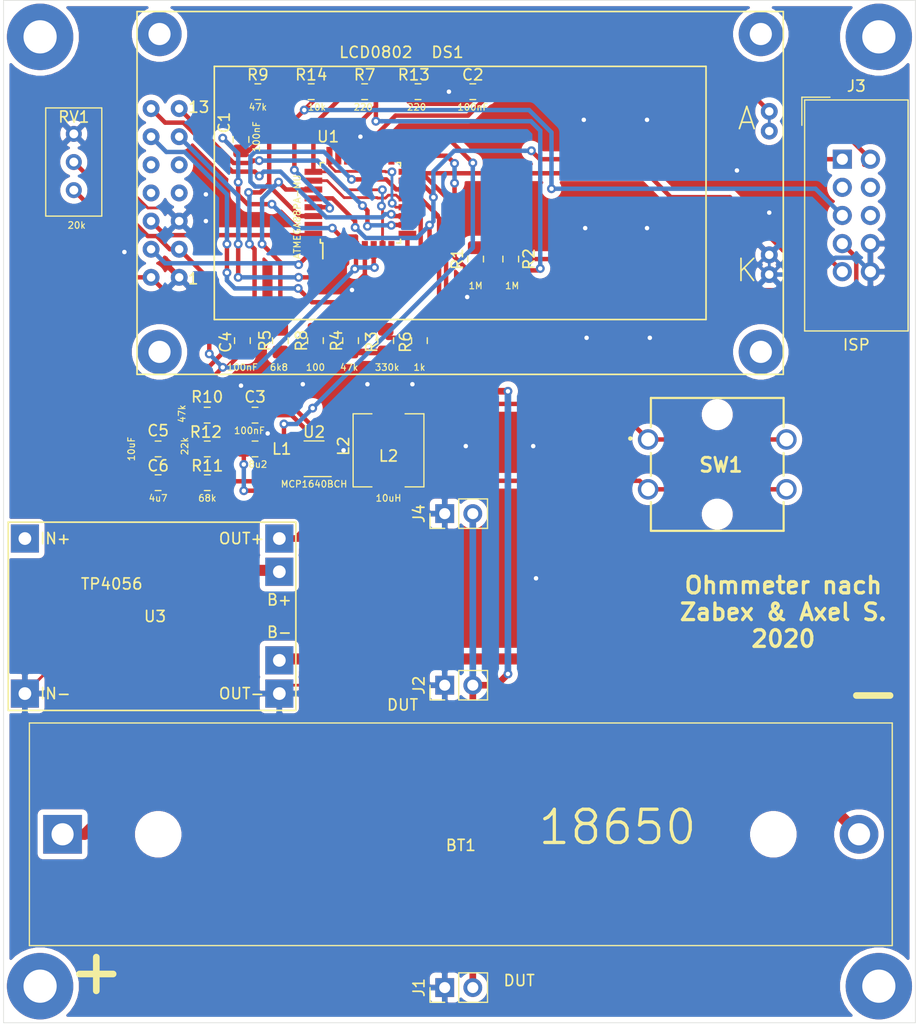
<source format=kicad_pcb>
(kicad_pcb (version 20171130) (host pcbnew "(5.1.7)-1")
  (layers (0 F.Cu signal) (31 B.Cu signal) (34 B.Paste user) (35 F.Paste user) (36 B.SilkS user) (37 F.SilkS user) (38 B.Mask user) (39 F.Mask user) (44 Edge.Cuts user))
  (net 0 "")
  (net 1 GND)
  (net 2 +5V)
  (net 3 "Net-(C2-Pad1)")
  (net 4 AVCC)
  (net 5 "Net-(C4-Pad1)")
  (net 6 "Net-(C6-Pad1)")
  (net 7 "Net-(DS1-Pad13)")
  (net 8 "Net-(DS1-Pad14)")
  (net 9 "Net-(DS1-Pad15)")
  (net 10 "Net-(DS1-Pad11)")
  (net 11 "Net-(DS1-Pad9)")
  (net 12 "Net-(DS1-Pad7)")
  (net 13 "Net-(DS1-Pad4)")
  (net 14 "Net-(DS1-Pad6)")
  (net 15 "Net-(DS1-Pad8)")
  (net 16 "Net-(DS1-Pad10)")
  (net 17 "Net-(DS1-Pad12)")
  (net 18 "Net-(J1-Pad2)")
  (net 19 "Net-(J3-Pad9)")
  (net 20 "Net-(J3-Pad7)")
  (net 21 "Net-(J3-Pad6)")
  (net 22 "Net-(J3-Pad5)")
  (net 23 "Net-(J3-Pad4)")
  (net 24 "Net-(J3-Pad3)")
  (net 25 "Net-(J3-Pad1)")
  (net 26 "Net-(L2-Pad2)")
  (net 27 "Net-(R1-Pad2)")
  (net 28 "Net-(R5-Pad1)")
  (net 29 "Net-(R6-Pad1)")
  (net 30 "Net-(R7-Pad1)")
  (net 31 "Net-(R8-Pad1)")
  (net 32 "Net-(R10-Pad2)")
  (net 33 "Net-(R10-Pad1)")
  (net 34 "Net-(R11-Pad2)")
  (net 35 "Net-(U1-Pad31)")
  (net 36 "Net-(U1-Pad22)")
  (net 37 "Net-(U1-Pad19)")
  (net 38 "Net-(U1-Pad8)")
  (net 39 "Net-(BT1-Pad1)")
  (net 40 "Net-(BT1-Pad2)")
  (net 41 "Net-(U3-Pad1)")
  (module Potentiometer_THT:Potentiometer_Bourns_3296W_Vertical (layer F.Cu) (at 106.172 42.037 270)
    (fp_text reference RV1 (at -6.604 0 180) (layer F.SilkS))
    (fp_text value 20k (at 3.175 -0.254 180) (layer F.SilkS) (effects (font (size 0.6 0.6) (thickness 0.1))))
    (pad 3 thru_hole circle (at -5.08 0 270) (size 1.44 1.44) (drill 0.8) (layers *.Cu *.Mask) (net 1 GND))
    (pad 2 thru_hole circle (at -2.54 0 270) (size 1.44 1.44) (drill 0.8) (layers *.Cu *.Mask) (net 5 "Net-(C4-Pad1)"))
    (pad 1 thru_hole circle (at 0 0 270) (size 1.44 1.44) (drill 0.8) (layers *.Cu *.Mask) (net 2 +5V))
  )
  (module JLegs:B3F-4000 (layer F.Cu) (at 164.338 66.802 180)
    (fp_text reference SW1 (at -0.33 -0.055) (layer F.SilkS) (effects (font (size 1.27 1.27) (thickness 0.254))))
    (fp_text value SW_Push hide)
    (pad 1 thru_hole circle (at 6.25 2.25 180) (size 1.85 1.85) (drill 1.25) (layers *.Cu *.Mask) (net 33 "Net-(R10-Pad1)"))
    (pad 2 thru_hole circle (at -6.25 2.25 180) (size 1.85 1.85) (drill 1.25) (layers *.Cu *.Mask) (net 33 "Net-(R10-Pad1)"))
    (pad 3 thru_hole circle (at 6.25 -2.25 180) (size 1.85 1.85) (drill 1.25) (layers *.Cu *.Mask) (net 6 "Net-(C6-Pad1)"))
    (pad 4 thru_hole circle (at -6.25 -2.25 180) (size 1.85 1.85) (drill 1.25) (layers *.Cu *.Mask) (net 6 "Net-(C6-Pad1)"))
    (pad 5 np_thru_hole circle (at 0 -4.5 180) (size 1.8 0) (drill 1.8) (layers *.Cu *.Mask))
    (pad 6 np_thru_hole circle (at 0 4.5 180) (size 1.8 0) (drill 1.8) (layers *.Cu *.Mask))
  )
  (module JLegs:LCD0802 (layer F.Cu) (at 129.667 39.878)
    (fp_text reference DS1 (at 10.287 -10.287) (layer F.SilkS))
    (fp_text value LCD0802 (at 3.81 -10.287) (layer F.SilkS))
    (fp_text user 13 (at -12.192 -5.334) (layer F.SilkS))
    (fp_text user 1 (at -12.7 10.16) (layer F.SilkS))
    (fp_text user K (at 37.338 9.398) (layer F.SilkS) (effects (font (size 2 2))))
    (fp_text user A (at 37.338 -4.318) (layer F.SilkS) (effects (font (size 2 2))))
    (pad "" thru_hole circle (at 38.608 16.764) (size 4 4) (drill 2) (layers *.Cu *.Mask))
    (pad "" thru_hole circle (at 38.608 -11.938) (size 4 4) (drill 2) (layers *.Cu *.Mask))
    (pad "" thru_hole circle (at -15.748 -11.938) (size 4 4) (drill 2) (layers *.Cu *.Mask))
    (pad "" thru_hole circle (at -15.748 16.764) (size 4 4) (drill 2) (layers *.Cu *.Mask))
    (pad 13 thru_hole circle (at -13.97 -5.207) (size 1.524 1.524) (drill 0.762) (layers *.Cu *.Mask) (net 7 "Net-(DS1-Pad13)"))
    (pad 14 thru_hole circle (at -16.51 -5.207) (size 1.524 1.524) (drill 0.762) (layers *.Cu *.Mask) (net 8 "Net-(DS1-Pad14)"))
    (pad 16 thru_hole circle (at 39.37 8.001) (size 1.524 1.524) (drill 0.762) (layers *.Cu *.Mask) (net 1 GND))
    (pad 16 thru_hole circle (at 39.37 9.779) (size 1.524 1.524) (drill 0.762) (layers *.Cu *.Mask) (net 1 GND))
    (pad 15 thru_hole circle (at 39.37 -3.175) (size 1.524 1.524) (drill 0.762) (layers *.Cu *.Mask) (net 9 "Net-(DS1-Pad15)"))
    (pad 15 thru_hole circle (at 39.37 -4.953) (size 1.524 1.524) (drill 0.762) (layers *.Cu *.Mask) (net 9 "Net-(DS1-Pad15)"))
    (pad 11 thru_hole circle (at -13.97 -2.667) (size 1.524 1.524) (drill 0.762) (layers *.Cu *.Mask) (net 10 "Net-(DS1-Pad11)"))
    (pad 9 thru_hole circle (at -13.97 -0.127) (size 1.524 1.524) (drill 0.762) (layers *.Cu *.Mask) (net 11 "Net-(DS1-Pad9)"))
    (pad 7 thru_hole circle (at -13.97 2.413) (size 1.524 1.524) (drill 0.762) (layers *.Cu *.Mask) (net 12 "Net-(DS1-Pad7)"))
    (pad 5 thru_hole circle (at -13.97 4.953) (size 1.524 1.524) (drill 0.762) (layers *.Cu *.Mask) (net 1 GND))
    (pad 3 thru_hole circle (at -13.97 7.493) (size 1.524 1.524) (drill 0.762) (layers *.Cu *.Mask) (net 5 "Net-(C4-Pad1)"))
    (pad 1 thru_hole circle (at -13.97 10.033) (size 1.524 1.524) (drill 0.762) (layers *.Cu *.Mask) (net 1 GND))
    (pad 2 thru_hole circle (at -16.51 10.033) (size 1.524 1.524) (drill 0.762) (layers *.Cu *.Mask) (net 2 +5V))
    (pad 4 thru_hole circle (at -16.51 7.493) (size 1.524 1.524) (drill 0.762) (layers *.Cu *.Mask) (net 13 "Net-(DS1-Pad4)"))
    (pad 6 thru_hole circle (at -16.51 4.953) (size 1.524 1.524) (drill 0.762) (layers *.Cu *.Mask) (net 14 "Net-(DS1-Pad6)"))
    (pad 8 thru_hole circle (at -16.51 2.413) (size 1.524 1.524) (drill 0.762) (layers *.Cu *.Mask) (net 15 "Net-(DS1-Pad8)"))
    (pad 10 thru_hole circle (at -16.51 -0.127) (size 1.524 1.524) (drill 0.762) (layers *.Cu *.Mask) (net 16 "Net-(DS1-Pad10)"))
    (pad 12 thru_hole circle (at -16.51 -2.667) (size 1.524 1.524) (drill 0.762) (layers *.Cu *.Mask) (net 17 "Net-(DS1-Pad12)"))
  )
  (module Connector_PinHeader_2.54mm:PinHeader_1x02_P2.54mm_Vertical (layer F.Cu) (at 139.7 71.247 90)
    (fp_text reference J4 (at 0 -2.33 90) (layer F.SilkS))
    (fp_text value DUT)
    (pad 2 thru_hole oval (at 0 2.54 90) (size 1.7 1.7) (drill 1) (layers *.Cu *.Mask) (net 18 "Net-(J1-Pad2)"))
    (pad 1 thru_hole rect (at 0 0 90) (size 1.7 1.7) (drill 1) (layers *.Cu *.Mask) (net 1 GND))
  )
  (module Connector_IDC:IDC-Header_2x05_P2.54mm_Vertical (layer F.Cu) (at 175.641 39.243)
    (fp_text reference J3 (at 1.27 -6.604) (layer F.SilkS))
    (fp_text value ISP (at 1.27 16.764) (layer F.SilkS))
    (pad 10 thru_hole oval (at 2.54 10.16) (size 1.7272 1.7272) (drill 1.016) (layers *.Cu *.Mask) (net 1 GND))
    (pad 9 thru_hole oval (at 0 10.16) (size 1.7272 1.7272) (drill 1.016) (layers *.Cu *.Mask) (net 19 "Net-(J3-Pad9)"))
    (pad 8 thru_hole oval (at 2.54 7.62) (size 1.7272 1.7272) (drill 1.016) (layers *.Cu *.Mask) (net 1 GND))
    (pad 7 thru_hole oval (at 0 7.62) (size 1.7272 1.7272) (drill 1.016) (layers *.Cu *.Mask) (net 20 "Net-(J3-Pad7)"))
    (pad 6 thru_hole oval (at 2.54 5.08) (size 1.7272 1.7272) (drill 1.016) (layers *.Cu *.Mask) (net 21 "Net-(J3-Pad6)"))
    (pad 5 thru_hole oval (at 0 5.08) (size 1.7272 1.7272) (drill 1.016) (layers *.Cu *.Mask) (net 22 "Net-(J3-Pad5)"))
    (pad 4 thru_hole oval (at 2.54 2.54) (size 1.7272 1.7272) (drill 1.016) (layers *.Cu *.Mask) (net 23 "Net-(J3-Pad4)"))
    (pad 3 thru_hole oval (at 0 2.54) (size 1.7272 1.7272) (drill 1.016) (layers *.Cu *.Mask) (net 24 "Net-(J3-Pad3)"))
    (pad 2 thru_hole oval (at 2.54 0) (size 1.7272 1.7272) (drill 1.016) (layers *.Cu *.Mask) (net 2 +5V))
    (pad 1 thru_hole rect (at 0 0) (size 1.7272 1.7272) (drill 1.016) (layers *.Cu *.Mask) (net 25 "Net-(J3-Pad1)"))
  )
  (module Connector_PinHeader_2.54mm:PinHeader_1x02_P2.54mm_Vertical (layer F.Cu) (at 139.7 86.741 90)
    (fp_text reference J2 (at 0 -2.33 90) (layer F.SilkS))
    (fp_text value DUT (at -1.778 -3.81 180) (layer F.SilkS))
    (pad 2 thru_hole oval (at 0 2.54 90) (size 1.7 1.7) (drill 1) (layers *.Cu *.Mask) (net 18 "Net-(J1-Pad2)"))
    (pad 1 thru_hole rect (at 0 0 90) (size 1.7 1.7) (drill 1) (layers *.Cu *.Mask) (net 1 GND))
  )
  (module MountingHole:MountingHole_3mm_Pad (layer F.Cu) (at 178.943 28.194)
    (fp_text reference H4 hide)
    (fp_text value MountingHole)
    (pad 1 thru_hole circle (at 0 0) (size 6 6) (drill 3) (layers *.Cu *.Mask))
  )
  (module MountingHole:MountingHole_3mm_Pad (layer F.Cu) (at 178.943 113.919)
    (fp_text reference H3 hide)
    (fp_text value MountingHole)
    (pad 1 thru_hole circle (at 0 0) (size 6 6) (drill 3) (layers *.Cu *.Mask))
  )
  (module MountingHole:MountingHole_3mm_Pad (layer F.Cu) (at 103.124 113.919)
    (fp_text reference H2 hide)
    (fp_text value MountingHole)
    (pad 1 thru_hole circle (at 0 0) (size 6 6) (drill 3) (layers *.Cu *.Mask))
  )
  (module MountingHole:MountingHole_3mm_Pad (layer F.Cu) (at 103.124 28.194)
    (fp_text reference H1 hide)
    (fp_text value MountingHole)
    (pad 1 thru_hole circle (at 0 0) (size 6 6) (drill 3) (layers *.Cu *.Mask))
  )
  (module JLegs:TP4056 (layer F.Cu) (at 113.538 80.518)
    (fp_text reference U3 (at -0.0254 0.0127) (layer F.SilkS))
    (fp_text value TP4056 (at -3.937 -2.921) (layer F.SilkS))
    (fp_text user IN+ (at -10.5174 -7.0207) (layer F.SilkS) (effects (justify left)))
    (fp_text user IN- (at -10.5174 6.9793) (layer F.SilkS) (effects (justify left)))
    (fp_text user OUT+ (at 9.9426 -7.0207) (layer F.SilkS) (effects (justify right)))
    (fp_text user OUT- (at 9.9426 6.9793) (layer F.SilkS) (effects (justify right)))
    (fp_text user B+ (at 11.2126 -1.4807) (layer F.SilkS))
    (fp_text user B- (at 11.2126 1.4393) (layer F.SilkS))
    (pad 4 thru_hole rect (at 11.2126 3.9793) (size 2.54 2.54) (drill 1.15) (layers *.Cu *.Mask) (net 40 "Net-(BT1-Pad2)"))
    (pad 5 thru_hole rect (at 11.2126 -4.0207) (size 2.54 2.54) (drill 1.15) (layers *.Cu *.Mask) (net 39 "Net-(BT1-Pad1)"))
    (pad 6 thru_hole rect (at 11.2126 -7.0207) (size 2.54 2.54) (drill 1.15) (layers *.Cu *.Mask) (net 6 "Net-(C6-Pad1)"))
    (pad 3 thru_hole rect (at 11.2126 6.9793) (size 2.54 2.54) (drill 1.15) (layers *.Cu *.Mask) (net 1 GND))
    (pad 2 thru_hole rect (at -11.7874 6.9793) (size 2.54 2.54) (drill 1.15) (layers *.Cu *.Mask) (net 1 GND))
    (pad 1 thru_hole rect (at -11.7874 -7.0207) (size 2.54 2.54) (drill 1.15) (layers *.Cu *.Mask) (net 41 "Net-(U3-Pad1)"))
  )
  (module Battery:BatteryHolder_MPD_BH-18650-PC2 (layer F.Cu) (at 105.156 100.203)
    (fp_text reference BT1 (at 36 1) (layer F.SilkS))
    (fp_text value 18650)
    (pad "" np_thru_hole circle (at 64.255 0) (size 3.2 3.2) (drill 3.2) (layers *.Cu *.Mask))
    (pad "" np_thru_hole circle (at 8.645 0) (size 3.2 3.2) (drill 3.2) (layers *.Cu *.Mask))
    (pad 1 thru_hole rect (at 0 0) (size 3.5 3.5) (drill 2) (layers *.Cu *.Mask) (net 39 "Net-(BT1-Pad1)"))
    (pad 2 thru_hole circle (at 72 0) (size 3.5 3.5) (drill 2) (layers *.Cu *.Mask) (net 40 "Net-(BT1-Pad2)"))
  )
  (module Inductor_SMD:L_6.3x6.3_H3 (layer F.Cu) (at 134.62 65.532 90)
    (fp_text reference L2 (at 0.381 -4.064 90) (layer F.SilkS))
    (fp_text value 10uH (at -4.318 0 180) (layer F.SilkS) (effects (font (size 0.6 0.6) (thickness 0.1))))
    (fp_text user %R (at -0.508 0 180) (layer F.SilkS))
    (pad 2 smd rect (at 2.75 0 90) (size 1.5 2.4) (layers F.Cu F.Paste F.Mask) (net 26 "Net-(L2-Pad2)"))
    (pad 1 smd rect (at -2.75 0 90) (size 1.5 2.4) (layers F.Cu F.Paste F.Mask) (net 6 "Net-(C6-Pad1)"))
  )
  (module TO_SOT_Packages_SMD:SOT-23-6 (layer F.Cu) (at 127.889 66.294 180)
    (fp_text reference U2 (at 0 2.413) (layer F.SilkS))
    (fp_text value MCP1640BCH (at 0 -2.286) (layer F.SilkS) (effects (font (size 0.6 0.6) (thickness 0.1))))
    (pad 5 smd rect (at 1.1 0 180) (size 1.06 0.65) (layers F.Cu F.Paste F.Mask) (net 2 +5V))
    (pad 6 smd rect (at 1.1 -0.95 180) (size 1.06 0.65) (layers F.Cu F.Paste F.Mask) (net 6 "Net-(C6-Pad1)"))
    (pad 4 smd rect (at 1.1 0.95 180) (size 1.06 0.65) (layers F.Cu F.Paste F.Mask) (net 34 "Net-(R11-Pad2)"))
    (pad 3 smd rect (at -1.1 0.95 180) (size 1.06 0.65) (layers F.Cu F.Paste F.Mask) (net 33 "Net-(R10-Pad1)"))
    (pad 2 smd rect (at -1.1 0 180) (size 1.06 0.65) (layers F.Cu F.Paste F.Mask) (net 1 GND))
    (pad 1 smd rect (at -1.1 -0.95 180) (size 1.06 0.65) (layers F.Cu F.Paste F.Mask) (net 26 "Net-(L2-Pad2)"))
  )
  (module Package_QFP:TQFP-32_7x7mm_P0.8mm (layer F.Cu) (at 132.08 43.18 90)
    (fp_text reference U1 (at 5.969 -2.921 180) (layer F.SilkS))
    (fp_text value ATMEGA88PA-MU (at -1.27 -5.715 90) (layer F.SilkS) (effects (font (size 0.6 0.6) (thickness 0.1))))
    (pad 32 smd rect (at -2.8 -4.25 180) (size 1.6 0.55) (layers F.Cu F.Paste F.Mask) (net 14 "Net-(DS1-Pad6)"))
    (pad 31 smd rect (at -2 -4.25 180) (size 1.6 0.55) (layers F.Cu F.Paste F.Mask) (net 35 "Net-(U1-Pad31)"))
    (pad 30 smd rect (at -1.2 -4.25 180) (size 1.6 0.55) (layers F.Cu F.Paste F.Mask) (net 32 "Net-(R10-Pad2)"))
    (pad 29 smd rect (at -0.4 -4.25 180) (size 1.6 0.55) (layers F.Cu F.Paste F.Mask) (net 22 "Net-(J3-Pad5)"))
    (pad 28 smd rect (at 0.4 -4.25 180) (size 1.6 0.55) (layers F.Cu F.Paste F.Mask) (net 25 "Net-(J3-Pad1)"))
    (pad 27 smd rect (at 1.2 -4.25 180) (size 1.6 0.55) (layers F.Cu F.Paste F.Mask) (net 28 "Net-(R5-Pad1)"))
    (pad 26 smd rect (at 2 -4.25 180) (size 1.6 0.55) (layers F.Cu F.Paste F.Mask) (net 29 "Net-(R6-Pad1)"))
    (pad 25 smd rect (at 2.8 -4.25 180) (size 1.6 0.55) (layers F.Cu F.Paste F.Mask) (net 30 "Net-(R7-Pad1)"))
    (pad 24 smd rect (at 4.25 -2.8 90) (size 1.6 0.55) (layers F.Cu F.Paste F.Mask) (net 31 "Net-(R8-Pad1)"))
    (pad 23 smd rect (at 4.25 -2 90) (size 1.6 0.55) (layers F.Cu F.Paste F.Mask) (net 18 "Net-(J1-Pad2)"))
    (pad 22 smd rect (at 4.25 -1.2 90) (size 1.6 0.55) (layers F.Cu F.Paste F.Mask) (net 36 "Net-(U1-Pad22)"))
    (pad 21 smd rect (at 4.25 -0.4 90) (size 1.6 0.55) (layers F.Cu F.Paste F.Mask) (net 1 GND))
    (pad 20 smd rect (at 4.25 0.4 90) (size 1.6 0.55) (layers F.Cu F.Paste F.Mask) (net 3 "Net-(C2-Pad1)"))
    (pad 19 smd rect (at 4.25 1.2 90) (size 1.6 0.55) (layers F.Cu F.Paste F.Mask) (net 37 "Net-(U1-Pad19)"))
    (pad 18 smd rect (at 4.25 2 90) (size 1.6 0.55) (layers F.Cu F.Paste F.Mask) (net 4 AVCC))
    (pad 17 smd rect (at 4.25 2.8 90) (size 1.6 0.55) (layers F.Cu F.Paste F.Mask) (net 20 "Net-(J3-Pad7)"))
    (pad 16 smd rect (at 2.8 4.25 180) (size 1.6 0.55) (layers F.Cu F.Paste F.Mask) (net 19 "Net-(J3-Pad9)"))
    (pad 15 smd rect (at 2 4.25 180) (size 1.6 0.55) (layers F.Cu F.Paste F.Mask) (net 25 "Net-(J3-Pad1)"))
    (pad 14 smd rect (at 1.2 4.25 180) (size 1.6 0.55) (layers F.Cu F.Paste F.Mask) (net 28 "Net-(R5-Pad1)"))
    (pad 13 smd rect (at 0.4 4.25 180) (size 1.6 0.55) (layers F.Cu F.Paste F.Mask) (net 29 "Net-(R6-Pad1)"))
    (pad 12 smd rect (at -0.4 4.25 180) (size 1.6 0.55) (layers F.Cu F.Paste F.Mask) (net 31 "Net-(R8-Pad1)"))
    (pad 11 smd rect (at -1.2 4.25 180) (size 1.6 0.55) (layers F.Cu F.Paste F.Mask) (net 8 "Net-(DS1-Pad14)"))
    (pad 10 smd rect (at -2 4.25 180) (size 1.6 0.55) (layers F.Cu F.Paste F.Mask) (net 7 "Net-(DS1-Pad13)"))
    (pad 9 smd rect (at -2.8 4.25 180) (size 1.6 0.55) (layers F.Cu F.Paste F.Mask) (net 17 "Net-(DS1-Pad12)"))
    (pad 8 smd rect (at -4.25 2.8 90) (size 1.6 0.55) (layers F.Cu F.Paste F.Mask) (net 38 "Net-(U1-Pad8)"))
    (pad 7 smd rect (at -4.25 2 90) (size 1.6 0.55) (layers F.Cu F.Paste F.Mask) (net 30 "Net-(R7-Pad1)"))
    (pad 6 smd rect (at -4.25 1.2 90) (size 1.6 0.55) (layers F.Cu F.Paste F.Mask) (net 2 +5V))
    (pad 5 smd rect (at -4.25 0.4 90) (size 1.6 0.55) (layers F.Cu F.Paste F.Mask) (net 1 GND))
    (pad 4 smd rect (at -4.25 -0.4 90) (size 1.6 0.55) (layers F.Cu F.Paste F.Mask) (net 2 +5V))
    (pad 3 smd rect (at -4.25 -1.2 90) (size 1.6 0.55) (layers F.Cu F.Paste F.Mask) (net 1 GND))
    (pad 2 smd rect (at -4.25 -2 90) (size 1.6 0.55) (layers F.Cu F.Paste F.Mask) (net 10 "Net-(DS1-Pad11)"))
    (pad 1 smd rect (at -4.25 -2.8 90) (size 1.6 0.55) (layers F.Cu F.Paste F.Mask) (net 13 "Net-(DS1-Pad4)"))
  )
  (module Resistor_SMD:R_0805_2012Metric_Pad1.15x1.40mm_HandSolder (layer F.Cu) (at 127.635 33.147)
    (fp_text reference R14 (at 0 -1.524) (layer F.SilkS))
    (fp_text value 10k (at 0.508 1.397) (layer F.SilkS) (effects (font (size 0.6 0.6) (thickness 0.1))))
    (pad 2 smd roundrect (at 1.025 0) (size 1.15 1.4) (layers F.Cu F.Paste F.Mask) (roundrect_rratio 0.217391) (net 22 "Net-(J3-Pad5)"))
    (pad 1 smd roundrect (at -1.025 0) (size 1.15 1.4) (layers F.Cu F.Paste F.Mask) (roundrect_rratio 0.217391) (net 2 +5V))
  )
  (module Resistor_SMD:R_0805_2012Metric_Pad1.15x1.40mm_HandSolder (layer F.Cu) (at 137.287 33.147 180)
    (fp_text reference R13 (at 0.381 1.524) (layer F.SilkS))
    (fp_text value 220 (at 0.127 -1.397) (layer F.SilkS) (effects (font (size 0.6 0.6) (thickness 0.1))))
    (pad 2 smd roundrect (at 1.025 0 180) (size 1.15 1.4) (layers F.Cu F.Paste F.Mask) (roundrect_rratio 0.217391) (net 9 "Net-(DS1-Pad15)"))
    (pad 1 smd roundrect (at -1.025 0 180) (size 1.15 1.4) (layers F.Cu F.Paste F.Mask) (roundrect_rratio 0.217391) (net 2 +5V))
  )
  (module Resistor_SMD:R_0805_2012Metric_Pad1.15x1.40mm_HandSolder (layer F.Cu) (at 118.237 65.405)
    (fp_text reference R12 (at -0.127 -1.524) (layer F.SilkS))
    (fp_text value 22k (at -2.032 -0.254 90) (layer F.SilkS) (effects (font (size 0.6 0.6) (thickness 0.1))))
    (pad 2 smd roundrect (at 1.025 0) (size 1.15 1.4) (layers F.Cu F.Paste F.Mask) (roundrect_rratio 0.217391) (net 34 "Net-(R11-Pad2)"))
    (pad 1 smd roundrect (at -1.025 0) (size 1.15 1.4) (layers F.Cu F.Paste F.Mask) (roundrect_rratio 0.217391) (net 1 GND))
  )
  (module Resistor_SMD:R_0805_2012Metric_Pad1.15x1.40mm_HandSolder (layer F.Cu) (at 118.237 68.453)
    (fp_text reference R11 (at 0 -1.524) (layer F.SilkS))
    (fp_text value 68k (at 0 1.397) (layer F.SilkS) (effects (font (size 0.6 0.6) (thickness 0.1))))
    (pad 2 smd roundrect (at 1.025 0) (size 1.15 1.4) (layers F.Cu F.Paste F.Mask) (roundrect_rratio 0.217391) (net 34 "Net-(R11-Pad2)"))
    (pad 1 smd roundrect (at -1.025 0) (size 1.15 1.4) (layers F.Cu F.Paste F.Mask) (roundrect_rratio 0.217391) (net 2 +5V))
  )
  (module Resistor_SMD:R_0805_2012Metric_Pad1.15x1.40mm_HandSolder (layer F.Cu) (at 118.228 62.357 180)
    (fp_text reference R10 (at 0 1.651) (layer F.SilkS))
    (fp_text value 47k (at 2.277 0.127 90) (layer F.SilkS) (effects (font (size 0.6 0.6) (thickness 0.1))))
    (pad 2 smd roundrect (at 1.025 0 180) (size 1.15 1.4) (layers F.Cu F.Paste F.Mask) (roundrect_rratio 0.217391) (net 32 "Net-(R10-Pad2)"))
    (pad 1 smd roundrect (at -1.025 0 180) (size 1.15 1.4) (layers F.Cu F.Paste F.Mask) (roundrect_rratio 0.217391) (net 33 "Net-(R10-Pad1)"))
  )
  (module Resistor_SMD:R_0805_2012Metric_Pad1.15x1.40mm_HandSolder (layer F.Cu) (at 122.809 33.147)
    (fp_text reference R9 (at 0 -1.524) (layer F.SilkS))
    (fp_text value 47k (at 0 1.397) (layer F.SilkS) (effects (font (size 0.6 0.6) (thickness 0.1))))
    (pad 2 smd roundrect (at 1.025 0) (size 1.15 1.4) (layers F.Cu F.Paste F.Mask) (roundrect_rratio 0.217391) (net 32 "Net-(R10-Pad2)"))
    (pad 1 smd roundrect (at -1.025 0) (size 1.15 1.4) (layers F.Cu F.Paste F.Mask) (roundrect_rratio 0.217391) (net 1 GND))
  )
  (module Resistor_SMD:R_0805_2012Metric_Pad1.15x1.40mm_HandSolder (layer F.Cu) (at 128.016 55.626 270)
    (fp_text reference R8 (at 0 1.27 90) (layer F.SilkS))
    (fp_text value 100 (at 2.413 0 180) (layer F.SilkS) (effects (font (size 0.6 0.6) (thickness 0.1))))
    (pad 2 smd roundrect (at 1.025 0 270) (size 1.15 1.4) (layers F.Cu F.Paste F.Mask) (roundrect_rratio 0.217391) (net 18 "Net-(J1-Pad2)"))
    (pad 1 smd roundrect (at -1.025 0 270) (size 1.15 1.4) (layers F.Cu F.Paste F.Mask) (roundrect_rratio 0.217391) (net 31 "Net-(R8-Pad1)"))
  )
  (module Resistor_SMD:R_0805_2012Metric_Pad1.15x1.40mm_HandSolder (layer F.Cu) (at 132.461 33.147)
    (fp_text reference R7 (at 0 -1.524) (layer F.SilkS))
    (fp_text value 220 (at -0.127 1.397) (layer F.SilkS) (effects (font (size 0.6 0.6) (thickness 0.1))))
    (pad 2 smd roundrect (at 1.025 0) (size 1.15 1.4) (layers F.Cu F.Paste F.Mask) (roundrect_rratio 0.217391) (net 18 "Net-(J1-Pad2)"))
    (pad 1 smd roundrect (at -1.025 0) (size 1.15 1.4) (layers F.Cu F.Paste F.Mask) (roundrect_rratio 0.217391) (net 30 "Net-(R7-Pad1)"))
  )
  (module Resistor_SMD:R_0805_2012Metric_Pad1.15x1.40mm_HandSolder (layer F.Cu) (at 137.414 55.626 270)
    (fp_text reference R6 (at 0.127 1.27 90) (layer F.SilkS))
    (fp_text value 1k (at 2.413 0 180) (layer F.SilkS) (effects (font (size 0.6 0.6) (thickness 0.1))))
    (pad 2 smd roundrect (at 1.025 0 270) (size 1.15 1.4) (layers F.Cu F.Paste F.Mask) (roundrect_rratio 0.217391) (net 18 "Net-(J1-Pad2)"))
    (pad 1 smd roundrect (at -1.025 0 270) (size 1.15 1.4) (layers F.Cu F.Paste F.Mask) (roundrect_rratio 0.217391) (net 29 "Net-(R6-Pad1)"))
  )
  (module Resistor_SMD:R_0805_2012Metric_Pad1.15x1.40mm_HandSolder (layer F.Cu) (at 124.841 55.626 270)
    (fp_text reference R5 (at 0 1.397 90) (layer F.SilkS))
    (fp_text value 6k8 (at 2.413 0.127 180) (layer F.SilkS) (effects (font (size 0.6 0.6) (thickness 0.1))))
    (pad 2 smd roundrect (at 1.025 0 270) (size 1.15 1.4) (layers F.Cu F.Paste F.Mask) (roundrect_rratio 0.217391) (net 18 "Net-(J1-Pad2)"))
    (pad 1 smd roundrect (at -1.025 0 270) (size 1.15 1.4) (layers F.Cu F.Paste F.Mask) (roundrect_rratio 0.217391) (net 28 "Net-(R5-Pad1)"))
  )
  (module Resistor_SMD:R_0805_2012Metric_Pad1.15x1.40mm_HandSolder (layer F.Cu) (at 131.191 55.626 270)
    (fp_text reference R4 (at 0 1.27 90) (layer F.SilkS))
    (fp_text value 47k (at 2.413 0.127 180) (layer F.SilkS) (effects (font (size 0.6 0.6) (thickness 0.1))))
    (pad 2 smd roundrect (at 1.025 0 270) (size 1.15 1.4) (layers F.Cu F.Paste F.Mask) (roundrect_rratio 0.217391) (net 18 "Net-(J1-Pad2)"))
    (pad 1 smd roundrect (at -1.025 0 270) (size 1.15 1.4) (layers F.Cu F.Paste F.Mask) (roundrect_rratio 0.217391) (net 25 "Net-(J3-Pad1)"))
  )
  (module Resistor_SMD:R_0805_2012Metric_Pad1.15x1.40mm_HandSolder (layer F.Cu) (at 134.366 55.626 270)
    (fp_text reference R3 (at 0.127 1.27 90) (layer F.SilkS))
    (fp_text value 330k (at 2.413 -0.127 180) (layer F.SilkS) (effects (font (size 0.6 0.6) (thickness 0.1))))
    (pad 2 smd roundrect (at 1.025 0 270) (size 1.15 1.4) (layers F.Cu F.Paste F.Mask) (roundrect_rratio 0.217391) (net 18 "Net-(J1-Pad2)"))
    (pad 1 smd roundrect (at -1.025 0 270) (size 1.15 1.4) (layers F.Cu F.Paste F.Mask) (roundrect_rratio 0.217391) (net 19 "Net-(J3-Pad9)"))
  )
  (module Resistor_SMD:R_0805_2012Metric_Pad1.15x1.40mm_HandSolder (layer F.Cu) (at 145.669 48.26 270)
    (fp_text reference R2 (at 0 -1.65 90) (layer F.SilkS))
    (fp_text value 1M (at 2.413 -0.127 180) (layer F.SilkS) (effects (font (size 0.6 0.6) (thickness 0.1))))
    (pad 2 smd roundrect (at 1.025 0 270) (size 1.15 1.4) (layers F.Cu F.Paste F.Mask) (roundrect_rratio 0.217391) (net 18 "Net-(J1-Pad2)"))
    (pad 1 smd roundrect (at -1.025 0 270) (size 1.15 1.4) (layers F.Cu F.Paste F.Mask) (roundrect_rratio 0.217391) (net 27 "Net-(R1-Pad2)"))
  )
  (module Resistor_SMD:R_0805_2012Metric_Pad1.15x1.40mm_HandSolder (layer F.Cu) (at 142.494 48.26 90)
    (fp_text reference R1 (at 0 -1.65 90) (layer F.SilkS))
    (fp_text value 1M (at -2.413 0 180) (layer F.SilkS) (effects (font (size 0.6 0.6) (thickness 0.1))))
    (pad 2 smd roundrect (at 1.025 0 90) (size 1.15 1.4) (layers F.Cu F.Paste F.Mask) (roundrect_rratio 0.217391) (net 27 "Net-(R1-Pad2)"))
    (pad 1 smd roundrect (at -1.025 0 90) (size 1.15 1.4) (layers F.Cu F.Paste F.Mask) (roundrect_rratio 0.217391) (net 20 "Net-(J3-Pad7)"))
  )
  (module Inductor_SMD:L_0805_2012Metric_Pad1.15x1.40mm_HandSolder (layer F.Cu) (at 122.555 65.405)
    (fp_text reference L1 (at 2.413 0) (layer F.SilkS))
    (fp_text value 8u2 (at 0.254 1.397) (layer F.SilkS) (effects (font (size 0.6 0.6) (thickness 0.1))))
    (pad 2 smd roundrect (at 1.025 0) (size 1.15 1.4) (layers F.Cu F.Paste F.Mask) (roundrect_rratio 0.217391) (net 4 AVCC))
    (pad 1 smd roundrect (at -1.025 0) (size 1.15 1.4) (layers F.Cu F.Paste F.Mask) (roundrect_rratio 0.217391) (net 2 +5V))
  )
  (module Connector_PinHeader_2.54mm:PinHeader_1x02_P2.54mm_Vertical (layer F.Cu) (at 139.7 114.046 90)
    (fp_text reference J1 (at 0 -2.33 90) (layer F.SilkS))
    (fp_text value DUT (at 0.635 6.731 180) (layer F.SilkS))
    (pad 2 thru_hole oval (at 0 2.54 90) (size 1.7 1.7) (drill 1) (layers *.Cu *.Mask) (net 18 "Net-(J1-Pad2)"))
    (pad 1 thru_hole rect (at 0 0 90) (size 1.7 1.7) (drill 1) (layers *.Cu *.Mask) (net 1 GND))
  )
  (module Capacitor_SMD:C_0805_2012Metric_Pad1.15x1.40mm_HandSolder (layer F.Cu) (at 113.792 68.453 180)
    (fp_text reference C6 (at 0 1.524) (layer F.SilkS))
    (fp_text value 4u7 (at 0 -1.397) (layer F.SilkS) (effects (font (size 0.6 0.6) (thickness 0.1))))
    (pad 2 smd roundrect (at 1.025 0 180) (size 1.15 1.4) (layers F.Cu F.Paste F.Mask) (roundrect_rratio 0.217391) (net 1 GND))
    (pad 1 smd roundrect (at -1.025 0 180) (size 1.15 1.4) (layers F.Cu F.Paste F.Mask) (roundrect_rratio 0.217391) (net 6 "Net-(C6-Pad1)"))
  )
  (module Capacitor_SMD:C_0805_2012Metric_Pad1.15x1.40mm_HandSolder (layer F.Cu) (at 113.792 65.405 180)
    (fp_text reference C5 (at 0 1.651) (layer F.SilkS))
    (fp_text value 10uF (at 2.413 0 90) (layer F.SilkS) (effects (font (size 0.6 0.6) (thickness 0.1))))
    (pad 2 smd roundrect (at 1.025 0 180) (size 1.15 1.4) (layers F.Cu F.Paste F.Mask) (roundrect_rratio 0.217391) (net 1 GND))
    (pad 1 smd roundrect (at -1.025 0 180) (size 1.15 1.4) (layers F.Cu F.Paste F.Mask) (roundrect_rratio 0.217391) (net 2 +5V))
  )
  (module Capacitor_SMD:C_0805_2012Metric_Pad1.15x1.40mm_HandSolder (layer F.Cu) (at 121.412 55.626 270)
    (fp_text reference C4 (at 0.127 1.524 90) (layer F.SilkS))
    (fp_text value 100nF (at 2.413 0 180) (layer F.SilkS) (effects (font (size 0.6 0.6) (thickness 0.1))))
    (pad 2 smd roundrect (at 1.025 0 270) (size 1.15 1.4) (layers F.Cu F.Paste F.Mask) (roundrect_rratio 0.217391) (net 2 +5V))
    (pad 1 smd roundrect (at -1.025 0 270) (size 1.15 1.4) (layers F.Cu F.Paste F.Mask) (roundrect_rratio 0.217391) (net 5 "Net-(C4-Pad1)"))
  )
  (module Capacitor_SMD:C_0805_2012Metric_Pad1.15x1.40mm_HandSolder (layer F.Cu) (at 122.555 62.357)
    (fp_text reference C3 (at 0 -1.65) (layer F.SilkS))
    (fp_text value 100nF (at -0.508 1.397) (layer F.SilkS) (effects (font (size 0.6 0.6) (thickness 0.1))))
    (pad 2 smd roundrect (at 1.025 0) (size 1.15 1.4) (layers F.Cu F.Paste F.Mask) (roundrect_rratio 0.217391) (net 1 GND))
    (pad 1 smd roundrect (at -1.025 0) (size 1.15 1.4) (layers F.Cu F.Paste F.Mask) (roundrect_rratio 0.217391) (net 4 AVCC))
  )
  (module Capacitor_SMD:C_0805_2012Metric_Pad1.15x1.40mm_HandSolder (layer F.Cu) (at 142.24 33.147 180)
    (fp_text reference C2 (at 0 1.524) (layer F.SilkS))
    (fp_text value 100nF (at 0 -1.397) (layer F.SilkS) (effects (font (size 0.6 0.6) (thickness 0.1))))
    (pad 2 smd roundrect (at 1.025 0 180) (size 1.15 1.4) (layers F.Cu F.Paste F.Mask) (roundrect_rratio 0.217391) (net 1 GND))
    (pad 1 smd roundrect (at -1.025 0 180) (size 1.15 1.4) (layers F.Cu F.Paste F.Mask) (roundrect_rratio 0.217391) (net 3 "Net-(C2-Pad1)"))
  )
  (module Capacitor_SMD:C_0805_2012Metric_Pad1.15x1.40mm_HandSolder (layer F.Cu) (at 121.285 37.465 90)
    (fp_text reference C1 (at 1.524 -1.524 90) (layer F.SilkS))
    (fp_text value 100nF (at 0.254 1.397 90) (layer F.SilkS) (effects (font (size 0.6 0.6) (thickness 0.1))))
    (pad 2 smd roundrect (at 1.025 0 90) (size 1.15 1.4) (layers F.Cu F.Paste F.Mask) (roundrect_rratio 0.217391) (net 1 GND))
    (pad 1 smd roundrect (at -1.025 0 90) (size 1.15 1.4) (layers F.Cu F.Paste F.Mask) (roundrect_rratio 0.217391) (net 2 +5V))
  )
  (gr_text 18650 (at 155.321 99.568) (layer F.SilkS) (effects (font (size 3 3) (thickness 0.3))))
  (gr_text "Ohmmeter nach\nZabex & Axel S.\n2020" (at 170.307 80.137) (layer F.SilkS) (effects (font (size 1.5 1.5) (thickness 0.3))))
  (gr_text - (at 178.435 87.376) (layer F.SilkS) (effects (font (size 4 4) (thickness 0.6))))
  (gr_text + (at 108.204 112.522) (layer F.SilkS) (effects (font (size 4 4) (thickness 0.6))))
  (gr_line (start 99.822 24.892) (end 101.727 24.892) (layer Edge.Cuts) (width 0.05))
  (gr_line (start 99.822 117.221) (end 99.822 24.892) (layer Edge.Cuts) (width 0.05))
  (gr_line (start 182.245 117.221) (end 99.822 117.221) (layer Edge.Cuts) (width 0.05))
  (gr_line (start 182.245 24.892) (end 182.245 117.221) (layer Edge.Cuts) (width 0.05))
  (gr_line (start 101.727 24.892) (end 182.245 24.892) (layer Edge.Cuts) (width 0.05))
  (segment (start 139.7 86.741) (end 139.7 114.046) (width 0.25) (layer F.Cu) (net 1))
  (segment (start 112.767 68.453) (end 112.767 65.405) (width 0.4) (layer F.Cu) (net 1))
  (segment (start 121.784 33.847) (end 121.784 33.147) (width 0.25) (layer F.Cu) (net 1))
  (segment (start 121.285 36.44) (end 121.285 35.865) (width 0.25) (layer F.Cu) (net 1))
  (segment (start 121.784 35.366) (end 121.784 33.847) (width 0.25) (layer F.Cu) (net 1))
  (segment (start 121.285 35.865) (end 121.784 35.366) (width 0.25) (layer F.Cu) (net 1))
  (via (at 123.698 64.008) (size 0.8) (drill 0.4) (layers F.Cu B.Cu) (net 1))
  (segment (start 131.699 38.911) (end 131.68 38.93) (width 0.25) (layer F.Cu) (net 1))
  (via (at 140.081 33.147) (size 0.8) (drill 0.4) (layers F.Cu B.Cu) (net 1))
  (segment (start 140.081 33.147) (end 141.215 33.147) (width 0.25) (layer F.Cu) (net 1))
  (segment (start 169.037 49.911) (end 169.037 48.641) (width 0.25) (layer B.Cu) (net 1))
  (via (at 130.556 65.532) (size 0.8) (drill 0.4) (layers F.Cu B.Cu) (net 1))
  (segment (start 130.048 66.294) (end 128.989 66.294) (width 0.25) (layer F.Cu) (net 1))
  (segment (start 128.209 66.294) (end 128.989 66.294) (width 0.4) (layer F.Cu) (net 1))
  (segment (start 127.889 65.974) (end 128.209 66.294) (width 0.4) (layer F.Cu) (net 1))
  (segment (start 127.889 64.389) (end 127.889 65.974) (width 0.4) (layer F.Cu) (net 1))
  (segment (start 123.58 62.357) (end 125.857 62.357) (width 0.4) (layer F.Cu) (net 1))
  (segment (start 125.857 62.357) (end 127.889 64.389) (width 0.4) (layer F.Cu) (net 1))
  (via (at 132.079999 37.210999) (size 0.8) (drill 0.4) (layers F.Cu B.Cu) (net 1))
  (segment (start 131.68 38.892) (end 131.68 37.610998) (width 0.4) (layer F.Cu) (net 1))
  (segment (start 131.68 37.610998) (end 132.079999 37.210999) (width 0.4) (layer F.Cu) (net 1))
  (segment (start 131.699 38.911) (end 131.68 38.892) (width 0.4) (layer F.Cu) (net 1))
  (via (at 118.11 44.831) (size 0.8) (drill 0.4) (layers F.Cu B.Cu) (net 1))
  (via (at 118.11 42.418) (size 0.8) (drill 0.4) (layers F.Cu B.Cu) (net 1))
  (via (at 152.4 45.466) (size 0.8) (drill 0.4) (layers F.Cu B.Cu) (net 1))
  (via (at 157.988 45.466) (size 0.8) (drill 0.4) (layers F.Cu B.Cu) (net 1))
  (via (at 157.988 35.687) (size 0.8) (drill 0.4) (layers F.Cu B.Cu) (net 1))
  (via (at 152.273 35.687) (size 0.8) (drill 0.4) (layers F.Cu B.Cu) (net 1))
  (via (at 136.779 59.563) (size 0.8) (drill 0.4) (layers F.Cu B.Cu) (net 1))
  (via (at 132.715 59.563) (size 0.8) (drill 0.4) (layers F.Cu B.Cu) (net 1))
  (via (at 126.873 59.563) (size 0.8) (drill 0.4) (layers F.Cu B.Cu) (net 1))
  (via (at 121.285 59.69) (size 0.8) (drill 0.4) (layers F.Cu B.Cu) (net 1))
  (via (at 152.527 55.372) (size 0.8) (drill 0.4) (layers F.Cu B.Cu) (net 1))
  (via (at 158.242 55.372) (size 0.8) (drill 0.4) (layers F.Cu B.Cu) (net 1))
  (via (at 141.732 51.689) (size 0.8) (drill 0.4) (layers F.Cu B.Cu) (net 1))
  (via (at 147.701 65.151) (size 0.8) (drill 0.4) (layers F.Cu B.Cu) (net 1))
  (via (at 141.605 65.151) (size 0.8) (drill 0.4) (layers F.Cu B.Cu) (net 1))
  (via (at 110.744 47.625) (size 0.8) (drill 0.4) (layers F.Cu B.Cu) (net 1))
  (segment (start 178.181 46.863) (end 178.181 49.403) (width 0.4) (layer F.Cu) (net 1))
  (via (at 166.116 40.259) (size 0.8) (drill 0.4) (layers F.Cu B.Cu) (net 1))
  (via (at 169.037 44.069) (size 0.8) (drill 0.4) (layers F.Cu B.Cu) (net 1))
  (segment (start 125.5069 86.741) (end 124.7506 87.4973) (width 0.25) (layer F.Cu) (net 1))
  (segment (start 139.7 86.741) (end 125.5069 86.741) (width 0.25) (layer F.Cu) (net 1))
  (segment (start 112.192 68.453) (end 112.767 68.453) (width 0.25) (layer F.Cu) (net 1))
  (segment (start 103.4016 77.2434) (end 112.192 68.453) (width 0.25) (layer F.Cu) (net 1))
  (segment (start 101.7506 87.4973) (end 103.4016 85.8463) (width 0.25) (layer F.Cu) (net 1))
  (segment (start 103.4016 85.8463) (end 103.4016 77.2434) (width 0.25) (layer F.Cu) (net 1))
  (segment (start 176.917399 48.139399) (end 177.317401 48.539401) (width 0.4) (layer B.Cu) (net 1))
  (segment (start 175.034471 48.139399) (end 176.917399 48.139399) (width 0.4) (layer B.Cu) (net 1))
  (segment (start 177.317401 48.539401) (end 178.181 49.403) (width 0.4) (layer B.Cu) (net 1))
  (segment (start 169.037 49.657) (end 173.51687 49.657) (width 0.4) (layer B.Cu) (net 1))
  (segment (start 173.51687 49.657) (end 175.034471 48.139399) (width 0.4) (layer B.Cu) (net 1))
  (via (at 147.955 77.089) (size 0.8) (drill 0.4) (layers F.Cu B.Cu) (net 1))
  (segment (start 114.935001 44.069001) (end 115.697 44.831) (width 0.25) (layer F.Cu) (net 1))
  (segment (start 106.172 36.957) (end 112.860999 43.645999) (width 0.25) (layer F.Cu) (net 1))
  (segment (start 114.511999 43.645999) (end 114.935001 44.069001) (width 0.25) (layer F.Cu) (net 1))
  (segment (start 112.860999 43.645999) (end 114.511999 43.645999) (width 0.25) (layer F.Cu) (net 1))
  (via (at 131.318 51.053984) (size 0.8) (drill 0.4) (layers F.Cu B.Cu) (net 1))
  (segment (start 131.464001 50.653985) (end 131.064002 51.053984) (width 0.4) (layer F.Cu) (net 1))
  (segment (start 130.664003 48.845997) (end 130.664003 50.653985) (width 0.4) (layer F.Cu) (net 1))
  (segment (start 132.48 47.43) (end 132.48 49.637986) (width 0.4) (layer F.Cu) (net 1))
  (segment (start 132.48 49.637986) (end 131.464001 50.653985) (width 0.4) (layer F.Cu) (net 1))
  (segment (start 130.664003 50.653985) (end 131.064002 51.053984) (width 0.4) (layer F.Cu) (net 1))
  (segment (start 130.88 47.43) (end 130.88 48.63) (width 0.4) (layer F.Cu) (net 1))
  (segment (start 130.88 48.63) (end 130.664003 48.845997) (width 0.4) (layer F.Cu) (net 1))
  (segment (start 117.212 67.225) (end 117.212 67.753) (width 0.4) (layer F.Cu) (net 2))
  (segment (start 114.817 65.405) (end 115.392 65.405) (width 0.25) (layer F.Cu) (net 2))
  (segment (start 115.392 65.405) (end 117.212 67.225) (width 0.4) (layer F.Cu) (net 2))
  (segment (start 117.212 68.453) (end 117.212 67.753) (width 0.25) (layer F.Cu) (net 2))
  (segment (start 121.53 65.405) (end 121.53 66.105) (width 0.4) (layer F.Cu) (net 2))
  (segment (start 121.539 66.802) (end 121.539 66.114) (width 0.4) (layer F.Cu) (net 2))
  (segment (start 121.539 66.114) (end 121.53 66.105) (width 0.4) (layer F.Cu) (net 2))
  (segment (start 121.539 69.178) (end 121.539 66.802) (width 0.4) (layer B.Cu) (net 2))
  (via (at 121.539 66.802) (size 0.8) (drill 0.4) (layers F.Cu B.Cu) (net 2))
  (via (at 121.539 69.178) (size 0.8) (drill 0.4) (layers F.Cu B.Cu) (net 2))
  (segment (start 126.789 66.294) (end 125.984 66.294) (width 0.4) (layer F.Cu) (net 2))
  (segment (start 123.1 69.178) (end 121.539 69.178) (width 0.4) (layer F.Cu) (net 2))
  (segment (start 125.984 66.294) (end 123.1 69.178) (width 0.4) (layer F.Cu) (net 2))
  (segment (start 126.61 33.147) (end 126.61 32.447) (width 0.25) (layer F.Cu) (net 2))
  (segment (start 138.312 33.147) (end 138.312 32.447) (width 0.25) (layer F.Cu) (net 2))
  (via (at 119.634 58.039) (size 0.8) (drill 0.4) (layers F.Cu B.Cu) (net 2))
  (segment (start 120.024 58.039) (end 121.412 56.651) (width 0.4) (layer F.Cu) (net 2))
  (segment (start 119.634 58.039) (end 120.024 58.039) (width 0.25) (layer F.Cu) (net 2))
  (segment (start 131.68 47.43) (end 131.68 49.003) (width 0.4) (layer F.Cu) (net 2))
  (segment (start 133.28 47.43) (end 133.28 48.965) (width 0.4) (layer F.Cu) (net 2))
  (segment (start 133.35 49.022) (end 131.699 49.022) (width 0.4) (layer B.Cu) (net 2))
  (segment (start 133.337 49.022) (end 133.35 49.022) (width 0.25) (layer F.Cu) (net 2))
  (via (at 133.35 49.022) (size 0.8) (drill 0.4) (layers F.Cu B.Cu) (net 2))
  (segment (start 133.28 48.965) (end 133.337 49.022) (width 0.25) (layer F.Cu) (net 2))
  (via (at 119.634 37.338) (size 0.8) (drill 0.4) (layers F.Cu B.Cu) (net 2))
  (segment (start 121.031 38.735) (end 121.031 41.31301) (width 0.4) (layer B.Cu) (net 2))
  (via (at 121.031 41.31301) (size 0.8) (drill 0.4) (layers F.Cu B.Cu) (net 2))
  (segment (start 119.634 37.338) (end 121.031 38.735) (width 0.4) (layer B.Cu) (net 2))
  (segment (start 121.031 42.459002) (end 121.031 41.878695) (width 0.4) (layer F.Cu) (net 2))
  (segment (start 121.031 41.878695) (end 121.031 41.31301) (width 0.4) (layer F.Cu) (net 2))
  (segment (start 121.878998 43.307) (end 121.031 42.459002) (width 0.4) (layer F.Cu) (net 2))
  (segment (start 124.079 43.307) (end 121.878998 43.307) (width 0.4) (layer F.Cu) (net 2))
  (segment (start 130.304 46.23) (end 129.54 45.466) (width 0.4) (layer F.Cu) (net 2))
  (segment (start 131.68 47.43) (end 131.68 46.23) (width 0.4) (layer F.Cu) (net 2))
  (segment (start 131.68 46.23) (end 130.304 46.23) (width 0.4) (layer F.Cu) (net 2))
  (segment (start 126.238 45.466) (end 124.079 43.307) (width 0.4) (layer B.Cu) (net 2))
  (segment (start 129.54 45.466) (end 126.238 45.466) (width 0.4) (layer B.Cu) (net 2))
  (via (at 124.079 43.307) (size 0.8) (drill 0.4) (layers F.Cu B.Cu) (net 2))
  (via (at 129.54 45.466) (size 0.8) (drill 0.4) (layers F.Cu B.Cu) (net 2))
  (segment (start 120.786 38.49) (end 119.634 37.338) (width 0.4) (layer F.Cu) (net 2))
  (segment (start 121.285 38.49) (end 120.786 38.49) (width 0.4) (layer F.Cu) (net 2))
  (segment (start 127.434 31.623) (end 126.61 32.447) (width 0.4) (layer F.Cu) (net 2))
  (segment (start 138.312 32.447) (end 137.488 31.623) (width 0.4) (layer F.Cu) (net 2))
  (segment (start 137.488 31.623) (end 127.434 31.623) (width 0.4) (layer F.Cu) (net 2))
  (segment (start 168.021 31.242) (end 174.410001 37.631001) (width 0.4) (layer F.Cu) (net 2))
  (segment (start 174.410001 37.631001) (end 176.569001 37.631001) (width 0.4) (layer F.Cu) (net 2))
  (segment (start 176.569001 37.631001) (end 178.181 39.243) (width 0.4) (layer F.Cu) (net 2))
  (segment (start 139.517 31.242) (end 168.021 31.242) (width 0.4) (layer F.Cu) (net 2))
  (segment (start 138.312 32.447) (end 139.517 31.242) (width 0.4) (layer F.Cu) (net 2))
  (segment (start 118.618 63.416256) (end 118.618 64.008) (width 0.4) (layer F.Cu) (net 2))
  (segment (start 118.618 64.008) (end 118.872 64.262) (width 0.4) (layer F.Cu) (net 2))
  (segment (start 118.618 59.055) (end 118.618 61.297744) (width 0.4) (layer F.Cu) (net 2))
  (segment (start 118.618 61.297744) (end 118.27799 61.637754) (width 0.4) (layer F.Cu) (net 2))
  (segment (start 118.27799 63.076246) (end 118.618 63.416256) (width 0.4) (layer F.Cu) (net 2))
  (segment (start 119.634 58.039) (end 118.618 59.055) (width 0.4) (layer F.Cu) (net 2))
  (segment (start 118.27799 61.637754) (end 118.27799 63.076246) (width 0.4) (layer F.Cu) (net 2))
  (segment (start 118.491 66.328256) (end 118.28699 66.124246) (width 0.4) (layer F.Cu) (net 2))
  (segment (start 118.808901 64.30499) (end 118.872 64.262) (width 0.4) (layer F.Cu) (net 2))
  (segment (start 118.667754 64.30499) (end 118.808901 64.30499) (width 0.4) (layer F.Cu) (net 2))
  (segment (start 118.28699 64.685754) (end 118.667754 64.30499) (width 0.4) (layer F.Cu) (net 2))
  (segment (start 118.491 66.474) (end 118.491 66.328256) (width 0.4) (layer F.Cu) (net 2))
  (segment (start 117.212 67.753) (end 118.491 66.474) (width 0.4) (layer F.Cu) (net 2))
  (segment (start 118.28699 66.124246) (end 118.28699 64.685754) (width 0.4) (layer F.Cu) (net 2))
  (segment (start 121.53 64.705) (end 121.53 65.405) (width 0.4) (layer F.Cu) (net 2))
  (segment (start 120.833 64.008) (end 121.53 64.705) (width 0.4) (layer F.Cu) (net 2))
  (segment (start 118.872 64.262) (end 119.126 64.008) (width 0.4) (layer F.Cu) (net 2))
  (segment (start 119.126 64.008) (end 120.833 64.008) (width 0.4) (layer F.Cu) (net 2))
  (segment (start 123.571 31.623) (end 125.786 31.623) (width 0.4) (layer F.Cu) (net 2))
  (segment (start 122.75901 33.866246) (end 122.75901 32.43499) (width 0.4) (layer F.Cu) (net 2))
  (segment (start 125.786 31.623) (end 126.61 32.447) (width 0.4) (layer F.Cu) (net 2))
  (segment (start 122.75901 32.43499) (end 123.571 31.623) (width 0.4) (layer F.Cu) (net 2))
  (segment (start 122.68401 33.941246) (end 122.682 33.943256) (width 0.4) (layer F.Cu) (net 2))
  (segment (start 122.682 33.943256) (end 122.682 37.793) (width 0.4) (layer F.Cu) (net 2))
  (segment (start 122.682 37.793) (end 121.985 38.49) (width 0.4) (layer F.Cu) (net 2))
  (segment (start 121.985 38.49) (end 121.285 38.49) (width 0.4) (layer F.Cu) (net 2))
  (via (at 131.572007 49.148993) (size 0.8) (drill 0.4) (layers F.Cu B.Cu) (net 2))
  (segment (start 131.699 49.022) (end 131.68 49.003) (width 0.25) (layer F.Cu) (net 2))
  (segment (start 131.699 49.022) (end 131.572007 49.148993) (width 0.4) (layer B.Cu) (net 2))
  (segment (start 122.682 58.039) (end 131.572007 49.148993) (width 0.4) (layer B.Cu) (net 2))
  (segment (start 131.68 49.041) (end 131.572007 49.148993) (width 0.25) (layer F.Cu) (net 2))
  (segment (start 119.634 58.039) (end 122.682 58.039) (width 0.4) (layer B.Cu) (net 2))
  (segment (start 131.68 49.003) (end 131.68 49.041) (width 0.25) (layer F.Cu) (net 2))
  (segment (start 113.157 49.911) (end 118.416179 55.170179) (width 0.4) (layer F.Cu) (net 2))
  (segment (start 118.416179 55.170179) (end 118.416179 56.821179) (width 0.4) (layer F.Cu) (net 2))
  (segment (start 119.634 58.039) (end 118.416179 56.821179) (width 0.4) (layer B.Cu) (net 2))
  (via (at 118.416179 56.821179) (size 0.8) (drill 0.4) (layers F.Cu B.Cu) (net 2))
  (segment (start 177.8 39.581) (end 177.63 39.751) (width 0.4) (layer F.Cu) (net 2))
  (segment (start 113.157 49.911) (end 108.816398 49.911) (width 0.4) (layer F.Cu) (net 2))
  (segment (start 108.816398 44.681398) (end 106.172 42.037) (width 0.4) (layer F.Cu) (net 2))
  (segment (start 108.816398 49.911) (end 108.816398 44.681398) (width 0.4) (layer F.Cu) (net 2))
  (segment (start 135.255 35.306) (end 141.806 35.306) (width 0.4) (layer F.Cu) (net 3))
  (segment (start 132.48 38.93) (end 132.48 38.081) (width 0.4) (layer F.Cu) (net 3))
  (segment (start 132.48 38.081) (end 135.255 35.306) (width 0.4) (layer F.Cu) (net 3))
  (segment (start 141.806 35.306) (end 143.265 33.847) (width 0.4) (layer F.Cu) (net 3))
  (segment (start 143.265 33.847) (end 143.265 33.147) (width 0.4) (layer F.Cu) (net 3))
  (segment (start 125.166611 63.722695) (end 125.166611 63.15701) (width 0.4) (layer F.Cu) (net 4))
  (segment (start 123.58 65.405) (end 124.155 65.405) (width 0.4) (layer F.Cu) (net 4))
  (segment (start 125.166611 64.393389) (end 125.166611 63.722695) (width 0.4) (layer F.Cu) (net 4))
  (segment (start 124.155 65.405) (end 125.166611 64.393389) (width 0.4) (layer F.Cu) (net 4))
  (via (at 125.166611 63.15701) (size 0.8) (drill 0.4) (layers F.Cu B.Cu) (net 4))
  (segment (start 125.166611 63.15701) (end 126.32699 63.15701) (width 0.4) (layer B.Cu) (net 4))
  (via (at 127.762 61.722) (size 0.8) (drill 0.4) (layers F.Cu B.Cu) (net 4))
  (segment (start 126.32699 63.15701) (end 127.762 61.722) (width 0.4) (layer B.Cu) (net 4))
  (segment (start 127.762 61.722) (end 142.24 47.244) (width 0.4) (layer B.Cu) (net 4))
  (segment (start 134.218 37.592) (end 140.25201 37.592) (width 0.4) (layer F.Cu) (net 4))
  (via (at 142.24 39.57999) (size 0.8) (drill 0.4) (layers F.Cu B.Cu) (net 4))
  (segment (start 134.08 38.93) (end 134.08 37.73) (width 0.4) (layer F.Cu) (net 4))
  (segment (start 142.24 47.244) (end 142.24 39.57999) (width 0.4) (layer B.Cu) (net 4))
  (segment (start 134.08 37.73) (end 134.218 37.592) (width 0.4) (layer F.Cu) (net 4))
  (segment (start 141.840001 39.179991) (end 142.24 39.57999) (width 0.4) (layer F.Cu) (net 4))
  (segment (start 140.25201 37.592) (end 141.840001 39.179991) (width 0.4) (layer F.Cu) (net 4))
  (segment (start 123.58 65.346) (end 123.58 65.405) (width 0.4) (layer F.Cu) (net 4))
  (segment (start 121.53 63.296) (end 123.58 65.346) (width 0.4) (layer F.Cu) (net 4))
  (segment (start 121.53 62.357) (end 121.53 63.296) (width 0.4) (layer F.Cu) (net 4))
  (segment (start 121.412 53.086) (end 115.697 47.371) (width 0.4) (layer F.Cu) (net 5))
  (segment (start 121.412 54.601) (end 121.412 53.086) (width 0.4) (layer F.Cu) (net 5))
  (segment (start 115.697 47.371) (end 114.848458 47.371) (width 0.4) (layer F.Cu) (net 5))
  (segment (start 114.848458 47.371) (end 113.663457 46.185999) (width 0.4) (layer F.Cu) (net 5))
  (segment (start 112.860999 46.185999) (end 106.172 39.497) (width 0.4) (layer F.Cu) (net 5))
  (segment (start 113.663457 46.185999) (end 112.860999 46.185999) (width 0.4) (layer F.Cu) (net 5))
  (segment (start 126.009 67.244) (end 122.768 70.485) (width 0.4) (layer F.Cu) (net 6))
  (segment (start 114.935 70.485) (end 114.817 70.367) (width 0.4) (layer F.Cu) (net 6))
  (segment (start 114.817 70.367) (end 114.817 68.453) (width 0.4) (layer F.Cu) (net 6))
  (segment (start 122.768 70.485) (end 114.935 70.485) (width 0.4) (layer F.Cu) (net 6))
  (segment (start 126.789 67.244) (end 126.009 67.244) (width 0.4) (layer F.Cu) (net 6))
  (segment (start 127.9247 73.4973) (end 124.7506 73.4973) (width 0.6) (layer F.Cu) (net 6))
  (segment (start 134.62 68.282) (end 133.14 68.282) (width 0.6) (layer F.Cu) (net 6))
  (segment (start 133.14 68.282) (end 127.9247 73.4973) (width 0.6) (layer F.Cu) (net 6))
  (segment (start 127 67.455) (end 126.789 67.244) (width 0.6) (layer F.Cu) (net 6))
  (segment (start 126.4016 73.3703) (end 127 72.7719) (width 0.6) (layer F.Cu) (net 6))
  (segment (start 127 72.7719) (end 127 67.455) (width 0.6) (layer F.Cu) (net 6))
  (segment (start 157.318 68.282) (end 158.088 69.052) (width 0.4) (layer F.Cu) (net 6))
  (segment (start 134.62 68.282) (end 157.318 68.282) (width 0.4) (layer F.Cu) (net 6))
  (segment (start 158.088 69.052) (end 170.588 69.052) (width 0.4) (layer F.Cu) (net 6))
  (via (at 122.936 39.370006) (size 0.8) (drill 0.4) (layers F.Cu B.Cu) (net 7))
  (segment (start 120.611999 39.585999) (end 122.154322 39.585999) (width 0.4) (layer F.Cu) (net 7))
  (segment (start 122.154322 39.585999) (end 122.370315 39.370006) (width 0.4) (layer F.Cu) (net 7))
  (segment (start 115.697 34.671) (end 120.611999 39.585999) (width 0.4) (layer F.Cu) (net 7))
  (segment (start 122.370315 39.370006) (end 122.936 39.370006) (width 0.4) (layer F.Cu) (net 7))
  (via (at 132.267238 43.436312) (size 0.8) (drill 0.4) (layers F.Cu B.Cu) (net 7))
  (segment (start 131.867239 43.036313) (end 132.267238 43.436312) (width 0.4) (layer B.Cu) (net 7))
  (segment (start 122.936 39.370006) (end 128.200932 39.370006) (width 0.4) (layer B.Cu) (net 7))
  (segment (start 128.200932 39.370006) (end 131.867239 43.036313) (width 0.4) (layer B.Cu) (net 7))
  (via (at 134.874 45.211994) (size 0.8) (drill 0.4) (layers F.Cu B.Cu) (net 7))
  (segment (start 134.905994 45.18) (end 134.874 45.211994) (width 0.4) (layer F.Cu) (net 7))
  (segment (start 136.33 45.18) (end 134.905994 45.18) (width 0.4) (layer F.Cu) (net 7))
  (via (at 132.71501 45.293173) (size 0.8) (drill 0.4) (layers F.Cu B.Cu) (net 7))
  (segment (start 132.796189 45.211994) (end 132.71501 45.293173) (width 0.4) (layer B.Cu) (net 7))
  (segment (start 132.71501 43.884084) (end 132.71501 45.293173) (width 0.4) (layer F.Cu) (net 7))
  (segment (start 134.874 45.211994) (end 132.796189 45.211994) (width 0.4) (layer B.Cu) (net 7))
  (segment (start 132.267238 43.436312) (end 132.71501 43.884084) (width 0.4) (layer F.Cu) (net 7))
  (segment (start 135.03459 44.38) (end 134.8666 44.21201) (width 0.4) (layer F.Cu) (net 8))
  (segment (start 136.33 44.38) (end 135.03459 44.38) (width 0.4) (layer F.Cu) (net 8))
  (via (at 134.8666 44.21201) (size 0.8) (drill 0.4) (layers F.Cu B.Cu) (net 8))
  (segment (start 123.335999 40.366993) (end 122.936 40.766992) (width 0.4) (layer B.Cu) (net 8))
  (segment (start 120.503993 40.366993) (end 122.536001 40.366993) (width 0.4) (layer F.Cu) (net 8))
  (segment (start 134.019762 44.493163) (end 128.991471 44.493163) (width 0.4) (layer B.Cu) (net 8))
  (segment (start 124.865301 40.366993) (end 123.335999 40.366993) (width 0.4) (layer B.Cu) (net 8))
  (segment (start 134.300915 44.21201) (end 134.019762 44.493163) (width 0.4) (layer B.Cu) (net 8))
  (segment (start 128.991471 44.493163) (end 124.865301 40.366993) (width 0.4) (layer B.Cu) (net 8))
  (segment (start 116.078 35.941) (end 120.503993 40.366993) (width 0.4) (layer F.Cu) (net 8))
  (segment (start 134.8666 44.21201) (end 134.300915 44.21201) (width 0.4) (layer B.Cu) (net 8))
  (segment (start 114.427 35.941) (end 116.078 35.941) (width 0.4) (layer F.Cu) (net 8))
  (segment (start 113.157 34.671) (end 114.427 35.941) (width 0.4) (layer F.Cu) (net 8))
  (segment (start 122.536001 40.366993) (end 122.936 40.766992) (width 0.4) (layer F.Cu) (net 8))
  (via (at 122.936 40.766992) (size 0.8) (drill 0.4) (layers F.Cu B.Cu) (net 8))
  (segment (start 169.037 36.195) (end 169.037 34.925) (width 0.25) (layer B.Cu) (net 9))
  (segment (start 136.262 33.847) (end 136.262 33.147) (width 0.4) (layer F.Cu) (net 9))
  (segment (start 141.809246 34.24701) (end 136.66201 34.24701) (width 0.4) (layer F.Cu) (net 9))
  (segment (start 165.989 31.877) (end 142.367 31.877) (width 0.4) (layer F.Cu) (net 9))
  (segment (start 136.66201 34.24701) (end 136.262 33.847) (width 0.4) (layer F.Cu) (net 9))
  (segment (start 169.037 34.925) (end 165.989 31.877) (width 0.4) (layer F.Cu) (net 9))
  (segment (start 142.367 31.877) (end 142.19001 32.05399) (width 0.4) (layer F.Cu) (net 9))
  (segment (start 142.19001 32.05399) (end 142.19001 33.866246) (width 0.4) (layer F.Cu) (net 9))
  (segment (start 142.19001 33.866246) (end 141.809246 34.24701) (width 0.4) (layer F.Cu) (net 9))
  (segment (start 130.08 48.48) (end 128.649 49.911) (width 0.4) (layer F.Cu) (net 10))
  (segment (start 126.492 49.911) (end 121.031 49.911) (width 0.4) (layer B.Cu) (net 10))
  (via (at 121.031 49.911) (size 0.8) (drill 0.4) (layers F.Cu B.Cu) (net 10))
  (segment (start 128.649 49.911) (end 126.492 49.911) (width 0.4) (layer F.Cu) (net 10))
  (via (at 126.492 49.911) (size 0.8) (drill 0.4) (layers F.Cu B.Cu) (net 10))
  (segment (start 130.08 47.43) (end 130.08 48.48) (width 0.4) (layer F.Cu) (net 10))
  (segment (start 121.031 42.545) (end 121.031 46.90101) (width 0.4) (layer B.Cu) (net 10))
  (segment (start 121.031 49.911) (end 121.031 46.90101) (width 0.4) (layer F.Cu) (net 10))
  (via (at 121.031 46.90101) (size 0.8) (drill 0.4) (layers F.Cu B.Cu) (net 10))
  (segment (start 115.697 37.211) (end 121.031 42.545) (width 0.4) (layer B.Cu) (net 10))
  (segment (start 129.28 47.43) (end 127.83 47.43) (width 0.4) (layer F.Cu) (net 13))
  (segment (start 127.83 47.43) (end 126.492 48.768) (width 0.4) (layer F.Cu) (net 13))
  (via (at 126.492 48.768) (size 0.8) (drill 0.4) (layers F.Cu B.Cu) (net 13))
  (segment (start 114.427 48.641) (end 113.157 47.371) (width 0.4) (layer B.Cu) (net 13))
  (segment (start 126.492 48.768) (end 126.365 48.641) (width 0.4) (layer B.Cu) (net 13))
  (segment (start 126.365 48.641) (end 114.427 48.641) (width 0.4) (layer B.Cu) (net 13))
  (segment (start 127.709 46.101) (end 114.427 46.101) (width 0.4) (layer F.Cu) (net 14))
  (segment (start 114.427 46.101) (end 113.157 44.831) (width 0.4) (layer F.Cu) (net 14))
  (segment (start 127.83 45.98) (end 127.709 46.101) (width 0.4) (layer F.Cu) (net 14))
  (via (at 126.455 50.910317) (size 0.8) (drill 0.4) (layers F.Cu B.Cu) (net 17))
  (segment (start 131.81 52.160002) (end 127.704685 52.160002) (width 0.4) (layer F.Cu) (net 17))
  (segment (start 136.33 47.640002) (end 131.81 52.160002) (width 0.4) (layer F.Cu) (net 17))
  (segment (start 136.33 45.98) (end 136.33 47.640002) (width 0.4) (layer F.Cu) (net 17))
  (segment (start 127.704685 52.160002) (end 126.854999 51.310316) (width 0.4) (layer F.Cu) (net 17))
  (segment (start 126.854999 51.310316) (end 126.455 50.910317) (width 0.4) (layer F.Cu) (net 17))
  (segment (start 126.455 50.910317) (end 121.031 50.910317) (width 0.4) (layer B.Cu) (net 17))
  (via (at 120.015 49.493) (size 0.8) (drill 0.4) (layers F.Cu B.Cu) (net 17))
  (segment (start 120.015 49.493) (end 120.015 46.99) (width 0.4) (layer F.Cu) (net 17))
  (segment (start 120.015 50.005002) (end 120.015 49.53) (width 0.4) (layer B.Cu) (net 17))
  (segment (start 120.015 50.193501) (end 120.015 49.968002) (width 0.4) (layer B.Cu) (net 17))
  (segment (start 120.957315 50.910317) (end 120.731816 50.910317) (width 0.4) (layer B.Cu) (net 17))
  (segment (start 120.731816 50.910317) (end 120.015 50.193501) (width 0.4) (layer B.Cu) (net 17))
  (via (at 120.015 46.90101) (size 0.8) (drill 0.4) (layers F.Cu B.Cu) (net 17))
  (segment (start 113.157 37.211) (end 114.534999 38.588999) (width 0.4) (layer B.Cu) (net 17))
  (segment (start 116.185999 38.588999) (end 120.015 42.418) (width 0.4) (layer B.Cu) (net 17))
  (segment (start 120.015 46.335325) (end 120.015 46.90101) (width 0.4) (layer B.Cu) (net 17))
  (segment (start 120.015 42.418) (end 120.015 46.335325) (width 0.4) (layer B.Cu) (net 17))
  (segment (start 114.534999 38.588999) (end 116.185999 38.588999) (width 0.4) (layer B.Cu) (net 17))
  (segment (start 142.24 114.046) (end 142.24 86.741) (width 0.6) (layer F.Cu) (net 18))
  (segment (start 142.24 86.741) (end 144.399 86.741) (width 0.6) (layer F.Cu) (net 18))
  (via (at 145.415 85.725) (size 0.8) (drill 0.4) (layers F.Cu B.Cu) (net 18))
  (segment (start 144.399 86.741) (end 145.415 85.725) (width 0.6) (layer F.Cu) (net 18))
  (segment (start 145.415 85.725) (end 145.415 82.55) (width 0.25) (layer B.Cu) (net 18))
  (segment (start 133.486 33.847) (end 133.486 33.147) (width 0.4) (layer F.Cu) (net 18))
  (segment (start 130.08 38.93) (end 130.08 37.88) (width 0.4) (layer F.Cu) (net 18))
  (segment (start 130.08 37.88) (end 133.486 34.474) (width 0.4) (layer F.Cu) (net 18))
  (segment (start 133.486 34.474) (end 133.486 33.847) (width 0.4) (layer F.Cu) (net 18))
  (segment (start 145.669 49.86) (end 145.669 49.285) (width 0.6) (layer F.Cu) (net 18))
  (segment (start 137.414 56.651) (end 138.878 56.651) (width 0.6) (layer F.Cu) (net 18))
  (segment (start 138.878 56.651) (end 145.669 49.86) (width 0.6) (layer F.Cu) (net 18))
  (segment (start 136.714 56.651) (end 134.366 56.651) (width 0.6) (layer F.Cu) (net 18))
  (segment (start 137.414 56.651) (end 136.714 56.651) (width 0.25) (layer F.Cu) (net 18))
  (segment (start 133.666 56.651) (end 131.191 56.651) (width 0.6) (layer F.Cu) (net 18))
  (segment (start 134.366 56.651) (end 133.666 56.651) (width 0.25) (layer F.Cu) (net 18))
  (segment (start 128.016 56.651) (end 124.841 56.651) (width 0.6) (layer F.Cu) (net 18))
  (segment (start 130.491 56.651) (end 128.016 56.651) (width 0.6) (layer F.Cu) (net 18))
  (segment (start 131.191 56.651) (end 130.491 56.651) (width 0.25) (layer F.Cu) (net 18))
  (via (at 148.336 49.10999) (size 0.8) (drill 0.4) (layers F.Cu B.Cu) (net 18))
  (segment (start 148.336 36.661132) (end 147.488868 35.814) (width 0.4) (layer B.Cu) (net 18))
  (segment (start 147.488868 35.814) (end 134.042685 35.814) (width 0.4) (layer B.Cu) (net 18))
  (segment (start 134.042685 35.814) (end 133.477 35.814) (width 0.4) (layer B.Cu) (net 18))
  (segment (start 148.336 49.10999) (end 148.336 36.661132) (width 0.4) (layer B.Cu) (net 18))
  (segment (start 145.669 49.285) (end 148.16099 49.285) (width 0.4) (layer F.Cu) (net 18))
  (segment (start 148.16099 49.285) (end 148.336 49.10999) (width 0.4) (layer F.Cu) (net 18))
  (via (at 133.477 35.814) (size 0.8) (drill 0.4) (layers F.Cu B.Cu) (net 18))
  (segment (start 133.477 33.156) (end 133.486 33.147) (width 0.4) (layer F.Cu) (net 18))
  (segment (start 133.477 35.814) (end 133.477 33.156) (width 0.4) (layer F.Cu) (net 18))
  (via (at 145.415 60.198) (size 0.8) (drill 0.4) (layers F.Cu B.Cu) (net 18))
  (segment (start 140.386 60.198) (end 145.415 60.198) (width 0.6) (layer F.Cu) (net 18))
  (segment (start 137.414 56.651) (end 137.414 57.226) (width 0.6) (layer F.Cu) (net 18))
  (segment (start 137.414 57.226) (end 140.386 60.198) (width 0.6) (layer F.Cu) (net 18))
  (segment (start 145.415 60.198) (end 145.415 85.725) (width 0.6) (layer B.Cu) (net 18))
  (segment (start 142.24 86.741) (end 142.24 70.866) (width 0.6) (layer B.Cu) (net 18))
  (segment (start 136.694754 55.57601) (end 138.133246 55.57601) (width 0.4) (layer F.Cu) (net 19))
  (segment (start 138.897702 55.539298) (end 139.827 54.61) (width 0.4) (layer F.Cu) (net 19))
  (segment (start 139.827 42.677) (end 137.53 40.38) (width 0.4) (layer F.Cu) (net 19))
  (segment (start 138.133246 55.539298) (end 138.897702 55.539298) (width 0.4) (layer F.Cu) (net 19))
  (segment (start 139.827 54.61) (end 139.827 42.677) (width 0.4) (layer F.Cu) (net 19))
  (segment (start 138.133246 55.57601) (end 138.133246 55.539298) (width 0.25) (layer F.Cu) (net 19))
  (segment (start 134.366 55.176) (end 134.562 55.372) (width 0.4) (layer F.Cu) (net 19))
  (segment (start 134.366 54.601) (end 134.366 55.176) (width 0.4) (layer F.Cu) (net 19))
  (segment (start 134.562 55.372) (end 136.490744 55.372) (width 0.4) (layer F.Cu) (net 19))
  (segment (start 136.490744 55.372) (end 136.694754 55.57601) (width 0.4) (layer F.Cu) (net 19))
  (segment (start 136.33 40.38) (end 137.53 40.38) (width 0.4) (layer F.Cu) (net 19))
  (segment (start 137.53 40.38) (end 137.701002 40.551002) (width 0.4) (layer F.Cu) (net 19))
  (segment (start 137.663 40.513) (end 157.978032 40.513) (width 0.4) (layer F.Cu) (net 19))
  (segment (start 173.716999 47.478999) (end 170.287999 47.478999) (width 0.4) (layer F.Cu) (net 19))
  (segment (start 170.287999 47.478999) (end 165.481 42.672) (width 0.4) (layer F.Cu) (net 19))
  (segment (start 160.137032 42.672) (end 165.481 42.672) (width 0.4) (layer F.Cu) (net 19))
  (segment (start 175.641 49.403) (end 173.716999 47.478999) (width 0.4) (layer F.Cu) (net 19))
  (segment (start 157.978032 40.513) (end 160.137032 42.672) (width 0.4) (layer F.Cu) (net 19))
  (segment (start 137.53 40.38) (end 137.663 40.513) (width 0.4) (layer F.Cu) (net 19))
  (via (at 140.589 39.624) (size 0.8) (drill 0.4) (layers F.Cu B.Cu) (net 20))
  (segment (start 140.589 39.624) (end 140.589 41.402) (width 0.4) (layer B.Cu) (net 20))
  (segment (start 142.494 49.285) (end 141.794 49.285) (width 0.4) (layer F.Cu) (net 20))
  (segment (start 140.589 41.967685) (end 140.589 41.402) (width 0.4) (layer F.Cu) (net 20))
  (segment (start 141.794 49.285) (end 140.589 48.08) (width 0.4) (layer F.Cu) (net 20))
  (via (at 140.589 41.402) (size 0.8) (drill 0.4) (layers F.Cu B.Cu) (net 20))
  (segment (start 140.589 48.08) (end 140.589 41.967685) (width 0.4) (layer F.Cu) (net 20))
  (segment (start 139.895 38.93) (end 140.589 39.624) (width 0.4) (layer F.Cu) (net 20))
  (segment (start 134.88 38.93) (end 139.895 38.93) (width 0.4) (layer F.Cu) (net 20))
  (segment (start 176.504599 47.726599) (end 175.641 46.863) (width 0.4) (layer F.Cu) (net 20))
  (segment (start 176.904601 48.126601) (end 176.504599 47.726599) (width 0.4) (layer F.Cu) (net 20))
  (segment (start 176.904601 51.066602) (end 176.904601 48.126601) (width 0.4) (layer F.Cu) (net 20))
  (segment (start 142.494 49.285) (end 143.194 49.285) (width 0.4) (layer F.Cu) (net 20))
  (segment (start 176.911 51.073001) (end 176.904601 51.066602) (width 0.4) (layer F.Cu) (net 20))
  (segment (start 165.666238 48.26) (end 168.479239 51.073001) (width 0.4) (layer F.Cu) (net 20))
  (segment (start 144.219 48.26) (end 165.666238 48.26) (width 0.4) (layer F.Cu) (net 20))
  (segment (start 143.194 49.285) (end 144.219 48.26) (width 0.4) (layer F.Cu) (net 20))
  (segment (start 168.479239 51.073001) (end 176.911 51.073001) (width 0.4) (layer F.Cu) (net 20))
  (via (at 126.111 40.222) (size 0.8) (drill 0.4) (layers F.Cu B.Cu) (net 22))
  (segment (start 126.111 40.222) (end 129.301847 43.412847) (width 0.4) (layer B.Cu) (net 22))
  (via (at 129.301847 43.672153) (size 0.8) (drill 0.4) (layers F.Cu B.Cu) (net 22))
  (segment (start 129.301847 43.412847) (end 129.301847 43.672153) (width 0.4) (layer B.Cu) (net 22))
  (segment (start 129.209694 43.58) (end 129.301847 43.672153) (width 0.4) (layer F.Cu) (net 22))
  (segment (start 127.83 43.58) (end 129.209694 43.58) (width 0.4) (layer F.Cu) (net 22))
  (segment (start 126.111 40.222) (end 126.111 35.696) (width 0.4) (layer F.Cu) (net 22))
  (segment (start 126.111 35.696) (end 127.2585 34.5485) (width 0.4) (layer F.Cu) (net 22))
  (segment (start 127.2585 34.5485) (end 127.0045 34.8025) (width 0.4) (layer F.Cu) (net 22))
  (segment (start 149.352 41.91) (end 173.228 41.91) (width 0.4) (layer B.Cu) (net 22))
  (segment (start 173.228 41.91) (end 175.641 44.323) (width 0.4) (layer B.Cu) (net 22))
  (via (at 149.352 41.91) (size 0.8) (drill 0.4) (layers F.Cu B.Cu) (net 22))
  (segment (start 149.352 41.344315) (end 149.352 41.91) (width 0.4) (layer B.Cu) (net 22))
  (segment (start 147.32591 34.8025) (end 149.352 36.82859) (width 0.4) (layer B.Cu) (net 22))
  (segment (start 127.0045 34.8025) (end 147.32591 34.8025) (width 0.4) (layer B.Cu) (net 22))
  (segment (start 149.352 36.82859) (end 149.352 41.344315) (width 0.4) (layer B.Cu) (net 22))
  (via (at 127.0045 34.8025) (size 0.8) (drill 0.4) (layers F.Cu B.Cu) (net 22))
  (segment (start 127.2585 34.5485) (end 128.66 33.147) (width 0.4) (layer F.Cu) (net 22))
  (segment (start 137.38 41.18) (end 138.678193 42.478193) (width 0.4) (layer F.Cu) (net 25))
  (segment (start 138.678193 42.478193) (end 138.678193 42.677807) (width 0.4) (layer F.Cu) (net 25))
  (via (at 138.678193 42.677807) (size 0.8) (drill 0.4) (layers F.Cu B.Cu) (net 25))
  (segment (start 136.33 41.18) (end 137.38 41.18) (width 0.4) (layer F.Cu) (net 25))
  (segment (start 131.191 54.601) (end 131.891 54.601) (width 0.4) (layer F.Cu) (net 25))
  (segment (start 138.330019 45.755685) (end 138.330019 45.19) (width 0.4) (layer F.Cu) (net 25))
  (via (at 138.330019 45.19) (size 0.8) (drill 0.4) (layers F.Cu B.Cu) (net 25))
  (segment (start 138.330019 48.161981) (end 138.330019 45.755685) (width 0.4) (layer F.Cu) (net 25))
  (segment (start 131.891 54.601) (end 138.330019 48.161981) (width 0.4) (layer F.Cu) (net 25))
  (segment (start 138.678193 44.841826) (end 138.330019 45.19) (width 0.4) (layer B.Cu) (net 25))
  (segment (start 138.678193 42.677807) (end 138.678193 44.841826) (width 0.4) (layer B.Cu) (net 25))
  (via (at 131.605384 45.403879) (size 0.8) (drill 0.4) (layers F.Cu B.Cu) (net 25))
  (segment (start 138.330019 45.19) (end 137.165019 46.355) (width 0.4) (layer B.Cu) (net 25))
  (segment (start 127.83 42.78) (end 129.54719 42.78) (width 0.4) (layer F.Cu) (net 25))
  (segment (start 132.556505 46.355) (end 132.005383 45.803878) (width 0.4) (layer B.Cu) (net 25))
  (segment (start 132.005383 45.803878) (end 131.605384 45.403879) (width 0.4) (layer B.Cu) (net 25))
  (segment (start 137.165019 46.355) (end 132.556505 46.355) (width 0.4) (layer B.Cu) (net 25))
  (segment (start 131.605384 44.838194) (end 131.605384 45.403879) (width 0.4) (layer F.Cu) (net 25))
  (segment (start 129.54719 42.78) (end 131.605384 44.838194) (width 0.4) (layer F.Cu) (net 25))
  (segment (start 138.678193 40.365805) (end 140.562998 38.481) (width 0.4) (layer B.Cu) (net 25))
  (segment (start 140.562998 38.481) (end 146.970305 38.481) (width 0.4) (layer B.Cu) (net 25))
  (segment (start 146.970305 38.481) (end 147.53599 38.481) (width 0.4) (layer B.Cu) (net 25))
  (via (at 147.53599 38.481) (size 0.8) (drill 0.4) (layers F.Cu B.Cu) (net 25))
  (segment (start 138.678193 42.677807) (end 138.678193 40.365805) (width 0.4) (layer B.Cu) (net 25))
  (segment (start 147.935989 38.880999) (end 147.53599 38.481) (width 0.4) (layer F.Cu) (net 25))
  (segment (start 175.641 39.243) (end 148.29799 39.243) (width 0.4) (layer F.Cu) (net 25))
  (segment (start 148.29799 39.243) (end 147.935989 38.880999) (width 0.4) (layer F.Cu) (net 25))
  (segment (start 129.769 67.244) (end 128.989 67.244) (width 0.6) (layer F.Cu) (net 26))
  (segment (start 134.62 62.782) (end 134.62 63.782) (width 0.6) (layer F.Cu) (net 26))
  (segment (start 134.62 63.782) (end 131.158 67.244) (width 0.6) (layer F.Cu) (net 26))
  (segment (start 131.158 67.244) (end 129.769 67.244) (width 0.6) (layer F.Cu) (net 26))
  (segment (start 145.669 47.235) (end 142.494 47.235) (width 0.4) (layer F.Cu) (net 27))
  (via (at 131.272111 41.066889) (size 0.8) (drill 0.4) (layers F.Cu B.Cu) (net 28))
  (segment (start 134.411889 41.066889) (end 131.837796 41.066889) (width 0.4) (layer F.Cu) (net 28))
  (segment (start 136.315717 41.965717) (end 135.310717 41.965717) (width 0.4) (layer F.Cu) (net 28))
  (segment (start 135.310717 41.965717) (end 134.411889 41.066889) (width 0.4) (layer F.Cu) (net 28))
  (segment (start 131.837796 41.066889) (end 131.272111 41.066889) (width 0.4) (layer F.Cu) (net 28))
  (segment (start 136.33 41.98) (end 136.315717 41.965717) (width 0.4) (layer F.Cu) (net 28))
  (via (at 123.19 46.90101) (size 0.8) (drill 0.4) (layers F.Cu B.Cu) (net 28))
  (segment (start 123.19 46.90101) (end 123.19 42.798978) (width 0.4) (layer B.Cu) (net 28))
  (segment (start 123.19 42.798978) (end 124.67795 41.311028) (width 0.4) (layer B.Cu) (net 28))
  (segment (start 124.841 48.55201) (end 123.589999 47.301009) (width 0.4) (layer F.Cu) (net 28))
  (segment (start 124.841 54.601) (end 124.841 48.55201) (width 0.4) (layer F.Cu) (net 28))
  (segment (start 123.589999 47.301009) (end 123.19 46.90101) (width 0.4) (layer F.Cu) (net 28))
  (segment (start 131.272111 41.066889) (end 128.775214 38.569992) (width 0.4) (layer B.Cu) (net 28))
  (segment (start 122.135998 38.985992) (end 122.135998 41.278002) (width 0.4) (layer B.Cu) (net 28))
  (segment (start 122.569023 41.711027) (end 124.277951 41.711027) (width 0.4) (layer B.Cu) (net 28))
  (segment (start 128.775214 38.569992) (end 122.551998 38.569992) (width 0.4) (layer B.Cu) (net 28))
  (segment (start 124.277951 41.711027) (end 124.67795 41.311028) (width 0.4) (layer B.Cu) (net 28))
  (segment (start 122.135998 41.278002) (end 122.569023 41.711027) (width 0.4) (layer B.Cu) (net 28))
  (via (at 124.67795 41.311028) (size 0.8) (drill 0.4) (layers F.Cu B.Cu) (net 28))
  (segment (start 125.346922 41.98) (end 124.67795 41.311028) (width 0.4) (layer F.Cu) (net 28))
  (segment (start 127.83 41.98) (end 125.346922 41.98) (width 0.4) (layer F.Cu) (net 28))
  (segment (start 122.551998 38.569992) (end 122.135998 38.985992) (width 0.4) (layer B.Cu) (net 28))
  (segment (start 137.522 42.78) (end 136.33 42.78) (width 0.4) (layer F.Cu) (net 29))
  (segment (start 138.114 54.601) (end 139.192 53.523) (width 0.4) (layer F.Cu) (net 29))
  (segment (start 137.414 54.601) (end 138.114 54.601) (width 0.4) (layer F.Cu) (net 29))
  (segment (start 139.192 44.577) (end 139.066011 44.451011) (width 0.4) (layer F.Cu) (net 29))
  (segment (start 139.066011 44.324011) (end 137.522 42.78) (width 0.4) (layer F.Cu) (net 29))
  (segment (start 139.192 53.523) (end 139.192 44.577) (width 0.4) (layer F.Cu) (net 29))
  (segment (start 139.066011 44.451011) (end 139.066011 44.324011) (width 0.4) (layer F.Cu) (net 29))
  (segment (start 134.340518 42.754027) (end 134.603894 42.490651) (width 0.25) (layer F.Cu) (net 29))
  (segment (start 129.07474 41.18) (end 130.60605 42.71131) (width 0.25) (layer F.Cu) (net 29))
  (segment (start 135.299898 42.490651) (end 135.589247 42.78) (width 0.25) (layer F.Cu) (net 29))
  (segment (start 133.589645 42.71131) (end 133.632362 42.754027) (width 0.25) (layer F.Cu) (net 29))
  (segment (start 127.83 41.18) (end 129.07474 41.18) (width 0.25) (layer F.Cu) (net 29))
  (segment (start 130.60605 42.71131) (end 133.589645 42.71131) (width 0.25) (layer F.Cu) (net 29))
  (segment (start 133.632362 42.754027) (end 134.340518 42.754027) (width 0.25) (layer F.Cu) (net 29))
  (segment (start 135.589247 42.78) (end 136.33 42.78) (width 0.25) (layer F.Cu) (net 29))
  (segment (start 134.603894 42.490651) (end 135.299898 42.490651) (width 0.25) (layer F.Cu) (net 29))
  (segment (start 127.83 36.178) (end 130.861 33.147) (width 0.4) (layer F.Cu) (net 30))
  (segment (start 130.861 33.147) (end 131.436 33.147) (width 0.4) (layer F.Cu) (net 30))
  (segment (start 127.83 40.38) (end 127.83 36.178) (width 0.4) (layer F.Cu) (net 30))
  (segment (start 129.069998 40.38) (end 130.696106 42.006108) (width 0.25) (layer F.Cu) (net 30))
  (via (at 134.063118 42.006108) (size 0.8) (drill 0.4) (layers F.Cu B.Cu) (net 30))
  (segment (start 130.696106 42.006108) (end 133.497433 42.006108) (width 0.25) (layer F.Cu) (net 30))
  (segment (start 127.83 40.38) (end 129.069998 40.38) (width 0.25) (layer F.Cu) (net 30))
  (segment (start 133.497433 42.006108) (end 134.063118 42.006108) (width 0.25) (layer F.Cu) (net 30))
  (via (at 133.980363 43.479028) (size 0.8) (drill 0.4) (layers F.Cu B.Cu) (net 30))
  (segment (start 134.08 43.578665) (end 133.980363 43.479028) (width 0.25) (layer F.Cu) (net 30))
  (segment (start 134.063118 43.396273) (end 133.980363 43.479028) (width 0.25) (layer B.Cu) (net 30))
  (segment (start 134.08 47.43) (end 134.08 43.578665) (width 0.25) (layer F.Cu) (net 30))
  (segment (start 134.063118 42.006108) (end 134.063118 43.396273) (width 0.25) (layer B.Cu) (net 30))
  (via (at 134.929998 40.386) (size 0.8) (drill 0.4) (layers F.Cu B.Cu) (net 31))
  (segment (start 129.831885 40.341887) (end 134.3202 40.341887) (width 0.25) (layer F.Cu) (net 31))
  (segment (start 129.28 38.93) (end 129.28 39.790002) (width 0.25) (layer F.Cu) (net 31))
  (segment (start 129.28 39.790002) (end 129.831885 40.341887) (width 0.25) (layer F.Cu) (net 31))
  (segment (start 134.3202 40.341887) (end 134.364313 40.386) (width 0.25) (layer F.Cu) (net 31))
  (segment (start 134.364313 40.386) (end 134.929998 40.386) (width 0.25) (layer F.Cu) (net 31))
  (via (at 134.951896 43.215653) (size 0.8) (drill 0.4) (layers F.Cu B.Cu) (net 31))
  (segment (start 134.929998 40.386) (end 134.929998 43.193755) (width 0.25) (layer B.Cu) (net 31))
  (segment (start 134.929998 43.193755) (end 134.951896 43.215653) (width 0.25) (layer B.Cu) (net 31))
  (segment (start 134.951896 43.251896) (end 134.951896 43.215653) (width 0.25) (layer F.Cu) (net 31))
  (segment (start 136.33 43.58) (end 135.28 43.58) (width 0.25) (layer F.Cu) (net 31))
  (segment (start 135.28 43.58) (end 134.951896 43.251896) (width 0.25) (layer F.Cu) (net 31))
  (segment (start 137.530001 48.016999) (end 131.953 53.594) (width 0.4) (layer F.Cu) (net 31))
  (segment (start 137.530001 43.636543) (end 137.530001 48.016999) (width 0.4) (layer F.Cu) (net 31))
  (segment (start 128.448 53.594) (end 128.016 54.026) (width 0.4) (layer F.Cu) (net 31))
  (segment (start 136.33 43.58) (end 137.473459 43.580001) (width 0.4) (layer F.Cu) (net 31))
  (segment (start 131.953 53.594) (end 128.448 53.594) (width 0.4) (layer F.Cu) (net 31))
  (segment (start 128.016 54.026) (end 128.016 54.601) (width 0.4) (layer F.Cu) (net 31))
  (segment (start 137.473459 43.580001) (end 137.530001 43.636543) (width 0.4) (layer F.Cu) (net 31))
  (segment (start 123.834 33.847) (end 123.834 33.147) (width 0.4) (layer F.Cu) (net 32))
  (segment (start 123.834 41.434) (end 123.834 33.847) (width 0.4) (layer F.Cu) (net 32))
  (segment (start 122.51201 55.195246) (end 122.51201 47.36602) (width 0.4) (layer F.Cu) (net 32))
  (segment (start 123.834 41.434) (end 123.024747 42.243253) (width 0.4) (layer F.Cu) (net 32))
  (segment (start 122.047 42.32039) (end 121.969863 42.243253) (width 0.4) (layer B.Cu) (net 32))
  (segment (start 123.024747 42.243253) (end 122.535548 42.243253) (width 0.4) (layer F.Cu) (net 32))
  (segment (start 122.535548 42.243253) (end 121.969863 42.243253) (width 0.4) (layer F.Cu) (net 32))
  (segment (start 122.047 46.90101) (end 122.047 42.32039) (width 0.4) (layer B.Cu) (net 32))
  (via (at 121.969863 42.243253) (size 0.8) (drill 0.4) (layers F.Cu B.Cu) (net 32))
  (segment (start 117.203 59.165744) (end 120.692754 55.67599) (width 0.4) (layer F.Cu) (net 32))
  (segment (start 122.02518 55.57601) (end 122.131246 55.57601) (width 0.4) (layer F.Cu) (net 32))
  (segment (start 120.692754 55.67599) (end 120.79882 55.67599) (width 0.4) (layer F.Cu) (net 32))
  (segment (start 120.79882 55.67599) (end 120.84881 55.626) (width 0.4) (layer F.Cu) (net 32))
  (segment (start 120.84881 55.626) (end 121.97519 55.626) (width 0.4) (layer F.Cu) (net 32))
  (segment (start 117.203 62.357) (end 117.203 59.165744) (width 0.4) (layer F.Cu) (net 32))
  (segment (start 122.446999 47.301009) (end 122.047 46.90101) (width 0.4) (layer F.Cu) (net 32))
  (segment (start 122.51201 47.36602) (end 122.446999 47.301009) (width 0.4) (layer F.Cu) (net 32))
  (segment (start 122.131246 55.57601) (end 122.51201 55.195246) (width 0.4) (layer F.Cu) (net 32))
  (segment (start 121.97519 55.626) (end 122.02518 55.57601) (width 0.4) (layer F.Cu) (net 32))
  (via (at 122.047 46.90101) (size 0.8) (drill 0.4) (layers F.Cu B.Cu) (net 32))
  (segment (start 123.834 41.65108) (end 123.834 41.434) (width 0.4) (layer F.Cu) (net 32))
  (segment (start 127.83 44.38) (end 126.56292 44.38) (width 0.4) (layer F.Cu) (net 32))
  (segment (start 126.56292 44.38) (end 123.834 41.65108) (width 0.4) (layer F.Cu) (net 32))
  (segment (start 128.989 64.769) (end 128.989 65.344) (width 0.4) (layer F.Cu) (net 33))
  (segment (start 128.989 64.619046) (end 128.989 64.769) (width 0.4) (layer F.Cu) (net 33))
  (segment (start 125.329954 60.96) (end 128.989 64.619046) (width 0.4) (layer F.Cu) (net 33))
  (segment (start 119.95 60.96) (end 125.329954 60.96) (width 0.4) (layer F.Cu) (net 33))
  (segment (start 119.253 62.357) (end 119.253 61.657) (width 0.4) (layer F.Cu) (net 33))
  (segment (start 119.253 61.657) (end 119.95 60.96) (width 0.4) (layer F.Cu) (net 33))
  (segment (start 132.417 61.341) (end 128.989 64.769) (width 0.4) (layer F.Cu) (net 33))
  (segment (start 153.035 61.341) (end 154.877 61.341) (width 0.4) (layer F.Cu) (net 33))
  (segment (start 154.877 61.341) (end 158.088 64.552) (width 0.4) (layer F.Cu) (net 33))
  (segment (start 153.035 61.341) (end 132.417 61.341) (width 0.4) (layer F.Cu) (net 33))
  (segment (start 158.088 64.552) (end 170.588 64.552) (width 0.4) (layer F.Cu) (net 33))
  (segment (start 119.262 68.453) (end 119.262 65.405) (width 0.4) (layer F.Cu) (net 34))
  (segment (start 119.837 68.453) (end 119.262 68.453) (width 0.4) (layer F.Cu) (net 34))
  (segment (start 119.964 68.326) (end 119.837 68.453) (width 0.4) (layer F.Cu) (net 34))
  (segment (start 123.027 68.326) (end 119.964 68.326) (width 0.4) (layer F.Cu) (net 34))
  (segment (start 126.789 65.344) (end 126.009 65.344) (width 0.4) (layer F.Cu) (net 34))
  (segment (start 126.009 65.344) (end 123.027 68.326) (width 0.4) (layer F.Cu) (net 34))
  (segment (start 124.6236 76.3703) (end 124.7506 76.4973) (width 1) (layer F.Cu) (net 39))
  (segment (start 107.156 100.203) (end 120.015 87.344) (width 1) (layer F.Cu) (net 39))
  (segment (start 121.7497 76.3703) (end 124.6236 76.3703) (width 1) (layer F.Cu) (net 39))
  (segment (start 105.156 100.203) (end 107.156 100.203) (width 1) (layer F.Cu) (net 39))
  (segment (start 120.015 87.344) (end 120.015 78.105) (width 1) (layer F.Cu) (net 39))
  (segment (start 120.015 78.105) (end 121.7497 76.3703) (width 1) (layer F.Cu) (net 39))
  (segment (start 124.8776 84.3703) (end 124.7506 84.4973) (width 1) (layer F.Cu) (net 40))
  (segment (start 177.156 100.203) (end 161.3233 84.3703) (width 1) (layer F.Cu) (net 40))
  (segment (start 161.3233 84.3703) (end 124.8776 84.3703) (width 1) (layer F.Cu) (net 40))
  (zone (net 1) (net_name GND) (layer F.Cu) (connect_pads (clearance 0.508)) (min_thickness 0.254) (fill yes (arc_segments 32) (thermal_gap 0.508) (thermal_bridge_width 0.508))
    (polygon (pts (xy 181.991 117.348) (xy 100.203 117.348) (xy 100.203 25.146) (xy 181.991 25.146)))
  )
  (zone (net 1) (net_name GND) (layer B.Cu) (connect_pads (clearance 0.508)) (min_thickness 0.254) (fill yes (arc_segments 32) (thermal_gap 0.508) (thermal_bridge_width 0.508))
    (polygon (pts (xy 182.245 25.146) (xy 182.245 116.967) (xy 99.822 117.221) (xy 99.822 24.892)))
  )
)
</source>
